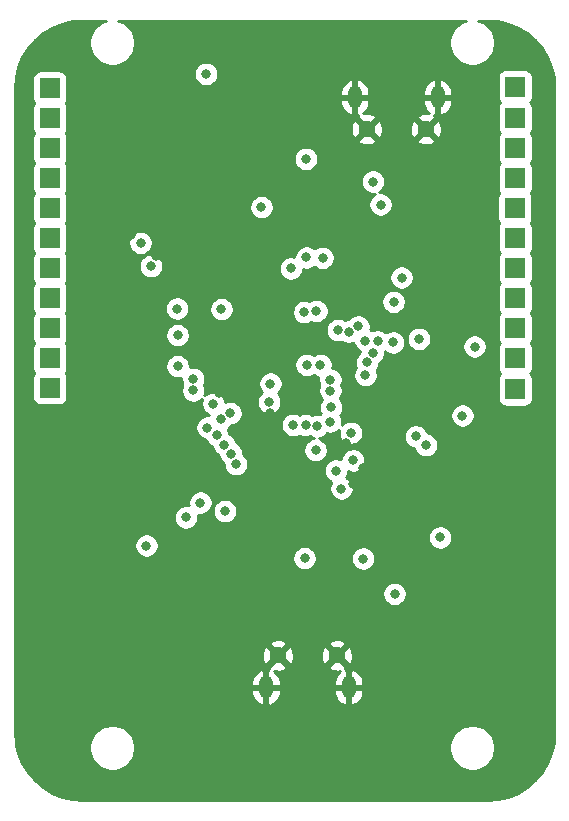
<source format=gbr>
%TF.GenerationSoftware,KiCad,Pcbnew,(5.1.6)-1*%
%TF.CreationDate,2022-05-16T14:52:33-05:00*%
%TF.ProjectId,ESP32-S2_Dev,45535033-322d-4533-925f-4465762e6b69,rev?*%
%TF.SameCoordinates,Original*%
%TF.FileFunction,Copper,L2,Inr*%
%TF.FilePolarity,Positive*%
%FSLAX46Y46*%
G04 Gerber Fmt 4.6, Leading zero omitted, Abs format (unit mm)*
G04 Created by KiCad (PCBNEW (5.1.6)-1) date 2022-05-16 14:52:33*
%MOMM*%
%LPD*%
G01*
G04 APERTURE LIST*
%TA.AperFunction,ViaPad*%
%ADD10R,1.700000X1.700000*%
%TD*%
%TA.AperFunction,ViaPad*%
%ADD11O,1.200000X1.900000*%
%TD*%
%TA.AperFunction,ViaPad*%
%ADD12C,1.450000*%
%TD*%
%TA.AperFunction,ViaPad*%
%ADD13C,0.800000*%
%TD*%
%TA.AperFunction,Conductor*%
%ADD14C,0.254000*%
%TD*%
G04 APERTURE END LIST*
D10*
%TO.N,/GPIO13*%
%TO.C,IO13*%
X100126800Y-95250000D03*
%TD*%
D11*
%TO.N,GND*%
%TO.C,UART1*%
X125949200Y-75735200D03*
X132949200Y-75735200D03*
D12*
X126949200Y-78435200D03*
X131949200Y-78435200D03*
%TD*%
D11*
%TO.N,GND*%
%TO.C,USB1*%
X125420000Y-125697500D03*
X118420000Y-125697500D03*
D12*
X124420000Y-122997500D03*
X119420000Y-122997500D03*
%TD*%
D10*
%TO.N,/DAC1*%
%TO.C,DAC1*%
X100126800Y-100330000D03*
%TD*%
%TO.N,/GPIO46*%
%TO.C,IO46*%
X100126800Y-77470000D03*
%TD*%
%TO.N,/GPIO45*%
%TO.C,IO45*%
X100126800Y-74955400D03*
%TD*%
%TO.N,/GPIO42*%
%TO.C,IO42*%
X139522200Y-74853800D03*
%TD*%
%TO.N,/GPIO41*%
%TO.C,IO41*%
X139522200Y-77470000D03*
%TD*%
%TO.N,/GPIO40*%
%TO.C,IO40*%
X139522200Y-80010000D03*
%TD*%
%TO.N,/GPIO39*%
%TO.C,IO39*%
X139522200Y-82550000D03*
%TD*%
%TO.N,/GPIO38*%
%TO.C,IO38*%
X139496800Y-85090000D03*
%TD*%
%TO.N,/GPIO37*%
%TO.C,IO37*%
X139522200Y-87630000D03*
%TD*%
%TO.N,/GPIO36*%
%TO.C,IO36*%
X139522200Y-90170000D03*
%TD*%
%TO.N,/GPIO35*%
%TO.C,IO35*%
X139522200Y-92710000D03*
%TD*%
%TO.N,/GPIO34*%
%TO.C,IO34*%
X139522200Y-95250000D03*
%TD*%
%TO.N,/GPIO33*%
%TO.C,IO33*%
X139522200Y-97790000D03*
%TD*%
%TO.N,/GPIO21*%
%TO.C,IO21*%
X139522200Y-100431600D03*
%TD*%
%TO.N,/GPIO14*%
%TO.C,IO14*%
X100126800Y-97790000D03*
%TD*%
%TO.N,/GPIO11*%
%TO.C,IO11*%
X100126800Y-92710000D03*
%TD*%
%TO.N,/GPIO10*%
%TO.C,IO10*%
X100126800Y-90170000D03*
%TD*%
%TO.N,/GPIO9*%
%TO.C,IO9*%
X100126800Y-87630000D03*
%TD*%
%TO.N,/GPIO8*%
%TO.C,IO8*%
X100126800Y-85090000D03*
%TD*%
%TO.N,/GPIO7*%
%TO.C,IO7*%
X100126800Y-82550000D03*
%TD*%
%TO.N,/GPIO6*%
%TO.C,IO6*%
X100126800Y-80010000D03*
%TD*%
D13*
%TO.N,/LD0_3P3*%
X110896400Y-93624400D03*
X108686600Y-90043000D03*
%TO.N,/USB_5P0*%
X124815600Y-108864400D03*
X107803751Y-88055649D03*
%TO.N,GND*%
X124783800Y-80811524D03*
X125194449Y-105026849D03*
X128447800Y-105206800D03*
X112598200Y-113284000D03*
X107721400Y-110972600D03*
X128371600Y-108915200D03*
X135204200Y-110947200D03*
X135305800Y-108407200D03*
X130683000Y-101625400D03*
X132892800Y-96215200D03*
X131394200Y-114808000D03*
X134975600Y-114960400D03*
X117271800Y-110439200D03*
X118465600Y-113284000D03*
X110642400Y-108813600D03*
X107579166Y-107604566D03*
X107010200Y-87376000D03*
X109093000Y-89154000D03*
X116636800Y-91821000D03*
X115544600Y-89941400D03*
X123063000Y-91592400D03*
X127914400Y-93446600D03*
X118788560Y-102471370D03*
X114427000Y-100761800D03*
X112039400Y-97685600D03*
X121037400Y-113131600D03*
X125826352Y-108514048D03*
X106070400Y-98526600D03*
X105943400Y-104343200D03*
X126619000Y-107086400D03*
X116967000Y-82778600D03*
X118821200Y-80467200D03*
X132765800Y-99288600D03*
%TO.N,/CP2102_VDD*%
X121793000Y-80949800D03*
X118033800Y-85039200D03*
%TO.N,/MCU_3P3*%
X120726200Y-103479600D03*
X125806200Y-106476800D03*
X110947200Y-95885000D03*
X121843758Y-89304000D03*
X124507183Y-95458455D03*
X129913548Y-91000748D03*
%TO.N,/RST_PROG*%
X112877600Y-110058200D03*
X129311400Y-117779800D03*
X108305600Y-113690400D03*
%TO.N,/USB_DP*%
X122631200Y-105613200D03*
X126657100Y-114795300D03*
%TO.N,/MCU_3P3A*%
X114935000Y-110769400D03*
X110947200Y-98501200D03*
%TO.N,/USB_DM*%
X122738014Y-103576834D03*
X121691400Y-114757200D03*
%TO.N,/MCU_3P3A_FILT*%
X112268000Y-99568000D03*
%TO.N,/GPIO6*%
X113969800Y-101688999D03*
%TO.N,/GPIO7*%
X115417600Y-102485601D03*
%TO.N,/GPIO8*%
X114579590Y-102996999D03*
%TO.N,/GPIO9*%
X113461800Y-103708200D03*
%TO.N,/GPIO10*%
X114300000Y-104362200D03*
%TO.N,/GPIO11*%
X114909600Y-105156000D03*
%TO.N,/GPIO13*%
X115448357Y-105915320D03*
%TO.N,/GPIO14*%
X115874800Y-106807000D03*
%TO.N,/GPIO21*%
X125603000Y-104140000D03*
%TO.N,/GPIO33*%
X123875524Y-100571574D03*
%TO.N,/GPIO34*%
X123869402Y-99644593D03*
%TO.N,/GPIO35*%
X126848110Y-99263711D03*
%TO.N,/GPIO36*%
X126995701Y-98191224D03*
%TO.N,/GPIO37*%
X127457200Y-97409000D03*
%TO.N,/GPIO38*%
X126847600Y-96342200D03*
%TO.N,/GPIO39*%
X126238281Y-95137623D03*
%TO.N,/GPIO40*%
X125425681Y-95583730D03*
%TO.N,/GPIO41*%
X123037600Y-98399600D03*
%TO.N,/GPIO42*%
X121869200Y-98393202D03*
%TO.N,/GPIO45*%
X120523001Y-90220800D03*
%TO.N,/GPIO46*%
X114655600Y-93675200D03*
%TO.N,/DAC1*%
X121777072Y-103504735D03*
%TO.N,/BOOT_PROG*%
X112268000Y-100558600D03*
X111633000Y-111302800D03*
X129235200Y-93065600D03*
X118802198Y-99974400D03*
%TO.N,/SPICS0*%
X124333000Y-107340400D03*
X123944605Y-101988841D03*
%TO.N,/SPICS1*%
X123825000Y-103200200D03*
X123215400Y-89331800D03*
%TO.N,/GPIO4*%
X113360200Y-73761600D03*
X118700642Y-101544898D03*
%TO.N,/UART_TX*%
X122687248Y-93832848D03*
X128134349Y-84817000D03*
%TO.N,/SPID*%
X127876399Y-96397317D03*
X131368800Y-96196100D03*
%TO.N,/SPIQ*%
X136093200Y-96850200D03*
X129184400Y-96494600D03*
%TO.N,/SPIWP*%
X133172200Y-113004600D03*
X131114800Y-104444800D03*
%TO.N,/SPIHD*%
X135057200Y-102692200D03*
X131953000Y-105181400D03*
%TO.N,/UART_RX*%
X127480349Y-82876447D03*
X121666000Y-93929200D03*
%TD*%
D14*
%TO.N,GND*%
G36*
X104843945Y-69253966D02*
G01*
X104490776Y-69400254D01*
X104172933Y-69612630D01*
X103902630Y-69882933D01*
X103690254Y-70200776D01*
X103543966Y-70553945D01*
X103469390Y-70928867D01*
X103469390Y-71311133D01*
X103543966Y-71686055D01*
X103690254Y-72039224D01*
X103902630Y-72357067D01*
X104172933Y-72627370D01*
X104490776Y-72839746D01*
X104843945Y-72986034D01*
X105218867Y-73060610D01*
X105601133Y-73060610D01*
X105976055Y-72986034D01*
X106329224Y-72839746D01*
X106647067Y-72627370D01*
X106917370Y-72357067D01*
X107129746Y-72039224D01*
X107276034Y-71686055D01*
X107350610Y-71311133D01*
X107350610Y-70928867D01*
X107276034Y-70553945D01*
X107129746Y-70200776D01*
X106917370Y-69882933D01*
X106647067Y-69612630D01*
X106329224Y-69400254D01*
X105976055Y-69253966D01*
X105905843Y-69240000D01*
X135394157Y-69240000D01*
X135323945Y-69253966D01*
X134970776Y-69400254D01*
X134652933Y-69612630D01*
X134382630Y-69882933D01*
X134170254Y-70200776D01*
X134023966Y-70553945D01*
X133949390Y-70928867D01*
X133949390Y-71311133D01*
X134023966Y-71686055D01*
X134170254Y-72039224D01*
X134382630Y-72357067D01*
X134652933Y-72627370D01*
X134970776Y-72839746D01*
X135323945Y-72986034D01*
X135698867Y-73060610D01*
X136081133Y-73060610D01*
X136456055Y-72986034D01*
X136809224Y-72839746D01*
X137127067Y-72627370D01*
X137397370Y-72357067D01*
X137609746Y-72039224D01*
X137756034Y-71686055D01*
X137830610Y-71311133D01*
X137830610Y-70928867D01*
X137756034Y-70553945D01*
X137609746Y-70200776D01*
X137397370Y-69882933D01*
X137127067Y-69612630D01*
X136809224Y-69400254D01*
X136456055Y-69253966D01*
X136385843Y-69240000D01*
X137134074Y-69240000D01*
X138049791Y-69312068D01*
X138917678Y-69520430D01*
X139742275Y-69861989D01*
X140503299Y-70328345D01*
X141181994Y-70908006D01*
X141761655Y-71586701D01*
X142228009Y-72347720D01*
X142569570Y-73172322D01*
X142777931Y-74040207D01*
X142850001Y-74955939D01*
X142850000Y-129514074D01*
X142777931Y-130429793D01*
X142569570Y-131297678D01*
X142228009Y-132122280D01*
X141761655Y-132883299D01*
X141181994Y-133561994D01*
X140503299Y-134141655D01*
X139742275Y-134608011D01*
X138917678Y-134949570D01*
X138049791Y-135157932D01*
X137134074Y-135230000D01*
X102895926Y-135230000D01*
X101980207Y-135157931D01*
X101112322Y-134949570D01*
X100287720Y-134608009D01*
X99526701Y-134141655D01*
X98848006Y-133561994D01*
X98268345Y-132883299D01*
X97801989Y-132122275D01*
X97460430Y-131297678D01*
X97297462Y-130618867D01*
X103469390Y-130618867D01*
X103469390Y-131001133D01*
X103543966Y-131376055D01*
X103690254Y-131729224D01*
X103902630Y-132047067D01*
X104172933Y-132317370D01*
X104490776Y-132529746D01*
X104843945Y-132676034D01*
X105218867Y-132750610D01*
X105601133Y-132750610D01*
X105976055Y-132676034D01*
X106329224Y-132529746D01*
X106647067Y-132317370D01*
X106917370Y-132047067D01*
X107129746Y-131729224D01*
X107276034Y-131376055D01*
X107350610Y-131001133D01*
X107350610Y-130618867D01*
X133949390Y-130618867D01*
X133949390Y-131001133D01*
X134023966Y-131376055D01*
X134170254Y-131729224D01*
X134382630Y-132047067D01*
X134652933Y-132317370D01*
X134970776Y-132529746D01*
X135323945Y-132676034D01*
X135698867Y-132750610D01*
X136081133Y-132750610D01*
X136456055Y-132676034D01*
X136809224Y-132529746D01*
X137127067Y-132317370D01*
X137397370Y-132047067D01*
X137609746Y-131729224D01*
X137756034Y-131376055D01*
X137830610Y-131001133D01*
X137830610Y-130618867D01*
X137756034Y-130243945D01*
X137609746Y-129890776D01*
X137397370Y-129572933D01*
X137127067Y-129302630D01*
X136809224Y-129090254D01*
X136456055Y-128943966D01*
X136081133Y-128869390D01*
X135698867Y-128869390D01*
X135323945Y-128943966D01*
X134970776Y-129090254D01*
X134652933Y-129302630D01*
X134382630Y-129572933D01*
X134170254Y-129890776D01*
X134023966Y-130243945D01*
X133949390Y-130618867D01*
X107350610Y-130618867D01*
X107276034Y-130243945D01*
X107129746Y-129890776D01*
X106917370Y-129572933D01*
X106647067Y-129302630D01*
X106329224Y-129090254D01*
X105976055Y-128943966D01*
X105601133Y-128869390D01*
X105218867Y-128869390D01*
X104843945Y-128943966D01*
X104490776Y-129090254D01*
X104172933Y-129302630D01*
X103902630Y-129572933D01*
X103690254Y-129890776D01*
X103543966Y-130243945D01*
X103469390Y-130618867D01*
X97297462Y-130618867D01*
X97252068Y-130429791D01*
X97180000Y-129514074D01*
X97180000Y-125824500D01*
X117185000Y-125824500D01*
X117185000Y-126174500D01*
X117233507Y-126412996D01*
X117327610Y-126637446D01*
X117463693Y-126839225D01*
X117636526Y-127010578D01*
X117839467Y-127144921D01*
X118064718Y-127237091D01*
X118102391Y-127240962D01*
X118293000Y-127116231D01*
X118293000Y-125824500D01*
X118547000Y-125824500D01*
X118547000Y-127116231D01*
X118737609Y-127240962D01*
X118775282Y-127237091D01*
X119000533Y-127144921D01*
X119203474Y-127010578D01*
X119376307Y-126839225D01*
X119512390Y-126637446D01*
X119606493Y-126412996D01*
X119655000Y-126174500D01*
X119655000Y-125824500D01*
X124185000Y-125824500D01*
X124185000Y-126174500D01*
X124233507Y-126412996D01*
X124327610Y-126637446D01*
X124463693Y-126839225D01*
X124636526Y-127010578D01*
X124839467Y-127144921D01*
X125064718Y-127237091D01*
X125102391Y-127240962D01*
X125293000Y-127116231D01*
X125293000Y-125824500D01*
X125547000Y-125824500D01*
X125547000Y-127116231D01*
X125737609Y-127240962D01*
X125775282Y-127237091D01*
X126000533Y-127144921D01*
X126203474Y-127010578D01*
X126376307Y-126839225D01*
X126512390Y-126637446D01*
X126606493Y-126412996D01*
X126655000Y-126174500D01*
X126655000Y-125824500D01*
X125547000Y-125824500D01*
X125293000Y-125824500D01*
X124185000Y-125824500D01*
X119655000Y-125824500D01*
X118547000Y-125824500D01*
X118293000Y-125824500D01*
X117185000Y-125824500D01*
X97180000Y-125824500D01*
X97180000Y-125220500D01*
X117185000Y-125220500D01*
X117185000Y-125570500D01*
X118293000Y-125570500D01*
X118293000Y-124278769D01*
X118547000Y-124278769D01*
X118547000Y-125570500D01*
X119655000Y-125570500D01*
X119655000Y-125220500D01*
X119606493Y-124982004D01*
X119512390Y-124757554D01*
X119376307Y-124555775D01*
X119203474Y-124384422D01*
X119108164Y-124321329D01*
X119225849Y-124350219D01*
X119493482Y-124362104D01*
X119758291Y-124321548D01*
X120010100Y-124230109D01*
X120117035Y-124172950D01*
X120179528Y-123936633D01*
X123660472Y-123936633D01*
X123722965Y-124172950D01*
X123965678Y-124286350D01*
X124225849Y-124350219D01*
X124493482Y-124362104D01*
X124723442Y-124326885D01*
X124636526Y-124384422D01*
X124463693Y-124555775D01*
X124327610Y-124757554D01*
X124233507Y-124982004D01*
X124185000Y-125220500D01*
X124185000Y-125570500D01*
X125293000Y-125570500D01*
X125293000Y-124278769D01*
X125547000Y-124278769D01*
X125547000Y-125570500D01*
X126655000Y-125570500D01*
X126655000Y-125220500D01*
X126606493Y-124982004D01*
X126512390Y-124757554D01*
X126376307Y-124555775D01*
X126203474Y-124384422D01*
X126000533Y-124250079D01*
X125775282Y-124157909D01*
X125737609Y-124154038D01*
X125547000Y-124278769D01*
X125293000Y-124278769D01*
X125119138Y-124164997D01*
X125179528Y-123936633D01*
X124420000Y-123177105D01*
X123660472Y-123936633D01*
X120179528Y-123936633D01*
X119420000Y-123177105D01*
X118660472Y-123936633D01*
X118720862Y-124164997D01*
X118547000Y-124278769D01*
X118293000Y-124278769D01*
X118102391Y-124154038D01*
X118064718Y-124157909D01*
X117839467Y-124250079D01*
X117636526Y-124384422D01*
X117463693Y-124555775D01*
X117327610Y-124757554D01*
X117233507Y-124982004D01*
X117185000Y-125220500D01*
X97180000Y-125220500D01*
X97180000Y-123070982D01*
X118055396Y-123070982D01*
X118095952Y-123335791D01*
X118187391Y-123587600D01*
X118244550Y-123694535D01*
X118480867Y-123757028D01*
X119240395Y-122997500D01*
X119599605Y-122997500D01*
X120359133Y-123757028D01*
X120595450Y-123694535D01*
X120708850Y-123451822D01*
X120772719Y-123191651D01*
X120778077Y-123070982D01*
X123055396Y-123070982D01*
X123095952Y-123335791D01*
X123187391Y-123587600D01*
X123244550Y-123694535D01*
X123480867Y-123757028D01*
X124240395Y-122997500D01*
X124599605Y-122997500D01*
X125359133Y-123757028D01*
X125595450Y-123694535D01*
X125708850Y-123451822D01*
X125772719Y-123191651D01*
X125784604Y-122924018D01*
X125744048Y-122659209D01*
X125652609Y-122407400D01*
X125595450Y-122300465D01*
X125359133Y-122237972D01*
X124599605Y-122997500D01*
X124240395Y-122997500D01*
X123480867Y-122237972D01*
X123244550Y-122300465D01*
X123131150Y-122543178D01*
X123067281Y-122803349D01*
X123055396Y-123070982D01*
X120778077Y-123070982D01*
X120784604Y-122924018D01*
X120744048Y-122659209D01*
X120652609Y-122407400D01*
X120595450Y-122300465D01*
X120359133Y-122237972D01*
X119599605Y-122997500D01*
X119240395Y-122997500D01*
X118480867Y-122237972D01*
X118244550Y-122300465D01*
X118131150Y-122543178D01*
X118067281Y-122803349D01*
X118055396Y-123070982D01*
X97180000Y-123070982D01*
X97180000Y-122058367D01*
X118660472Y-122058367D01*
X119420000Y-122817895D01*
X120179528Y-122058367D01*
X123660472Y-122058367D01*
X124420000Y-122817895D01*
X125179528Y-122058367D01*
X125117035Y-121822050D01*
X124874322Y-121708650D01*
X124614151Y-121644781D01*
X124346518Y-121632896D01*
X124081709Y-121673452D01*
X123829900Y-121764891D01*
X123722965Y-121822050D01*
X123660472Y-122058367D01*
X120179528Y-122058367D01*
X120117035Y-121822050D01*
X119874322Y-121708650D01*
X119614151Y-121644781D01*
X119346518Y-121632896D01*
X119081709Y-121673452D01*
X118829900Y-121764891D01*
X118722965Y-121822050D01*
X118660472Y-122058367D01*
X97180000Y-122058367D01*
X97180000Y-117677861D01*
X128276400Y-117677861D01*
X128276400Y-117881739D01*
X128316174Y-118081698D01*
X128394195Y-118270056D01*
X128507463Y-118439574D01*
X128651626Y-118583737D01*
X128821144Y-118697005D01*
X129009502Y-118775026D01*
X129209461Y-118814800D01*
X129413339Y-118814800D01*
X129613298Y-118775026D01*
X129801656Y-118697005D01*
X129971174Y-118583737D01*
X130115337Y-118439574D01*
X130228605Y-118270056D01*
X130306626Y-118081698D01*
X130346400Y-117881739D01*
X130346400Y-117677861D01*
X130306626Y-117477902D01*
X130228605Y-117289544D01*
X130115337Y-117120026D01*
X129971174Y-116975863D01*
X129801656Y-116862595D01*
X129613298Y-116784574D01*
X129413339Y-116744800D01*
X129209461Y-116744800D01*
X129009502Y-116784574D01*
X128821144Y-116862595D01*
X128651626Y-116975863D01*
X128507463Y-117120026D01*
X128394195Y-117289544D01*
X128316174Y-117477902D01*
X128276400Y-117677861D01*
X97180000Y-117677861D01*
X97180000Y-113588461D01*
X107270600Y-113588461D01*
X107270600Y-113792339D01*
X107310374Y-113992298D01*
X107388395Y-114180656D01*
X107501663Y-114350174D01*
X107645826Y-114494337D01*
X107815344Y-114607605D01*
X108003702Y-114685626D01*
X108203661Y-114725400D01*
X108407539Y-114725400D01*
X108607498Y-114685626D01*
X108680805Y-114655261D01*
X120656400Y-114655261D01*
X120656400Y-114859139D01*
X120696174Y-115059098D01*
X120774195Y-115247456D01*
X120887463Y-115416974D01*
X121031626Y-115561137D01*
X121201144Y-115674405D01*
X121389502Y-115752426D01*
X121589461Y-115792200D01*
X121793339Y-115792200D01*
X121993298Y-115752426D01*
X122181656Y-115674405D01*
X122351174Y-115561137D01*
X122495337Y-115416974D01*
X122608605Y-115247456D01*
X122686626Y-115059098D01*
X122726400Y-114859139D01*
X122726400Y-114693361D01*
X125622100Y-114693361D01*
X125622100Y-114897239D01*
X125661874Y-115097198D01*
X125739895Y-115285556D01*
X125853163Y-115455074D01*
X125997326Y-115599237D01*
X126166844Y-115712505D01*
X126355202Y-115790526D01*
X126555161Y-115830300D01*
X126759039Y-115830300D01*
X126958998Y-115790526D01*
X127147356Y-115712505D01*
X127316874Y-115599237D01*
X127461037Y-115455074D01*
X127574305Y-115285556D01*
X127652326Y-115097198D01*
X127692100Y-114897239D01*
X127692100Y-114693361D01*
X127652326Y-114493402D01*
X127574305Y-114305044D01*
X127461037Y-114135526D01*
X127316874Y-113991363D01*
X127147356Y-113878095D01*
X126958998Y-113800074D01*
X126759039Y-113760300D01*
X126555161Y-113760300D01*
X126355202Y-113800074D01*
X126166844Y-113878095D01*
X125997326Y-113991363D01*
X125853163Y-114135526D01*
X125739895Y-114305044D01*
X125661874Y-114493402D01*
X125622100Y-114693361D01*
X122726400Y-114693361D01*
X122726400Y-114655261D01*
X122686626Y-114455302D01*
X122608605Y-114266944D01*
X122495337Y-114097426D01*
X122351174Y-113953263D01*
X122181656Y-113839995D01*
X121993298Y-113761974D01*
X121793339Y-113722200D01*
X121589461Y-113722200D01*
X121389502Y-113761974D01*
X121201144Y-113839995D01*
X121031626Y-113953263D01*
X120887463Y-114097426D01*
X120774195Y-114266944D01*
X120696174Y-114455302D01*
X120656400Y-114655261D01*
X108680805Y-114655261D01*
X108795856Y-114607605D01*
X108965374Y-114494337D01*
X109109537Y-114350174D01*
X109222805Y-114180656D01*
X109300826Y-113992298D01*
X109340600Y-113792339D01*
X109340600Y-113588461D01*
X109300826Y-113388502D01*
X109222805Y-113200144D01*
X109109537Y-113030626D01*
X108981572Y-112902661D01*
X132137200Y-112902661D01*
X132137200Y-113106539D01*
X132176974Y-113306498D01*
X132254995Y-113494856D01*
X132368263Y-113664374D01*
X132512426Y-113808537D01*
X132681944Y-113921805D01*
X132870302Y-113999826D01*
X133070261Y-114039600D01*
X133274139Y-114039600D01*
X133474098Y-113999826D01*
X133662456Y-113921805D01*
X133831974Y-113808537D01*
X133976137Y-113664374D01*
X134089405Y-113494856D01*
X134167426Y-113306498D01*
X134207200Y-113106539D01*
X134207200Y-112902661D01*
X134167426Y-112702702D01*
X134089405Y-112514344D01*
X133976137Y-112344826D01*
X133831974Y-112200663D01*
X133662456Y-112087395D01*
X133474098Y-112009374D01*
X133274139Y-111969600D01*
X133070261Y-111969600D01*
X132870302Y-112009374D01*
X132681944Y-112087395D01*
X132512426Y-112200663D01*
X132368263Y-112344826D01*
X132254995Y-112514344D01*
X132176974Y-112702702D01*
X132137200Y-112902661D01*
X108981572Y-112902661D01*
X108965374Y-112886463D01*
X108795856Y-112773195D01*
X108607498Y-112695174D01*
X108407539Y-112655400D01*
X108203661Y-112655400D01*
X108003702Y-112695174D01*
X107815344Y-112773195D01*
X107645826Y-112886463D01*
X107501663Y-113030626D01*
X107388395Y-113200144D01*
X107310374Y-113388502D01*
X107270600Y-113588461D01*
X97180000Y-113588461D01*
X97180000Y-111200861D01*
X110598000Y-111200861D01*
X110598000Y-111404739D01*
X110637774Y-111604698D01*
X110715795Y-111793056D01*
X110829063Y-111962574D01*
X110973226Y-112106737D01*
X111142744Y-112220005D01*
X111331102Y-112298026D01*
X111531061Y-112337800D01*
X111734939Y-112337800D01*
X111934898Y-112298026D01*
X112123256Y-112220005D01*
X112292774Y-112106737D01*
X112436937Y-111962574D01*
X112550205Y-111793056D01*
X112628226Y-111604698D01*
X112668000Y-111404739D01*
X112668000Y-111200861D01*
X112641268Y-111066468D01*
X112775661Y-111093200D01*
X112979539Y-111093200D01*
X113179498Y-111053426D01*
X113367856Y-110975405D01*
X113537374Y-110862137D01*
X113681537Y-110717974D01*
X113715288Y-110667461D01*
X113900000Y-110667461D01*
X113900000Y-110871339D01*
X113939774Y-111071298D01*
X114017795Y-111259656D01*
X114131063Y-111429174D01*
X114275226Y-111573337D01*
X114444744Y-111686605D01*
X114633102Y-111764626D01*
X114833061Y-111804400D01*
X115036939Y-111804400D01*
X115236898Y-111764626D01*
X115425256Y-111686605D01*
X115594774Y-111573337D01*
X115738937Y-111429174D01*
X115852205Y-111259656D01*
X115930226Y-111071298D01*
X115970000Y-110871339D01*
X115970000Y-110667461D01*
X115930226Y-110467502D01*
X115852205Y-110279144D01*
X115738937Y-110109626D01*
X115594774Y-109965463D01*
X115425256Y-109852195D01*
X115236898Y-109774174D01*
X115036939Y-109734400D01*
X114833061Y-109734400D01*
X114633102Y-109774174D01*
X114444744Y-109852195D01*
X114275226Y-109965463D01*
X114131063Y-110109626D01*
X114017795Y-110279144D01*
X113939774Y-110467502D01*
X113900000Y-110667461D01*
X113715288Y-110667461D01*
X113794805Y-110548456D01*
X113872826Y-110360098D01*
X113912600Y-110160139D01*
X113912600Y-109956261D01*
X113872826Y-109756302D01*
X113794805Y-109567944D01*
X113681537Y-109398426D01*
X113537374Y-109254263D01*
X113367856Y-109140995D01*
X113179498Y-109062974D01*
X112979539Y-109023200D01*
X112775661Y-109023200D01*
X112575702Y-109062974D01*
X112387344Y-109140995D01*
X112217826Y-109254263D01*
X112073663Y-109398426D01*
X111960395Y-109567944D01*
X111882374Y-109756302D01*
X111842600Y-109956261D01*
X111842600Y-110160139D01*
X111869332Y-110294532D01*
X111734939Y-110267800D01*
X111531061Y-110267800D01*
X111331102Y-110307574D01*
X111142744Y-110385595D01*
X110973226Y-110498863D01*
X110829063Y-110643026D01*
X110715795Y-110812544D01*
X110637774Y-111000902D01*
X110598000Y-111200861D01*
X97180000Y-111200861D01*
X97180000Y-74955926D01*
X97246937Y-74105400D01*
X98638728Y-74105400D01*
X98638728Y-75805400D01*
X98650988Y-75929882D01*
X98687298Y-76049580D01*
X98746263Y-76159894D01*
X98789600Y-76212700D01*
X98746263Y-76265506D01*
X98687298Y-76375820D01*
X98650988Y-76495518D01*
X98638728Y-76620000D01*
X98638728Y-78320000D01*
X98650988Y-78444482D01*
X98687298Y-78564180D01*
X98746263Y-78674494D01*
X98800022Y-78740000D01*
X98746263Y-78805506D01*
X98687298Y-78915820D01*
X98650988Y-79035518D01*
X98638728Y-79160000D01*
X98638728Y-80860000D01*
X98650988Y-80984482D01*
X98687298Y-81104180D01*
X98746263Y-81214494D01*
X98800022Y-81280000D01*
X98746263Y-81345506D01*
X98687298Y-81455820D01*
X98650988Y-81575518D01*
X98638728Y-81700000D01*
X98638728Y-83400000D01*
X98650988Y-83524482D01*
X98687298Y-83644180D01*
X98746263Y-83754494D01*
X98800022Y-83820000D01*
X98746263Y-83885506D01*
X98687298Y-83995820D01*
X98650988Y-84115518D01*
X98638728Y-84240000D01*
X98638728Y-85940000D01*
X98650988Y-86064482D01*
X98687298Y-86184180D01*
X98746263Y-86294494D01*
X98800022Y-86360000D01*
X98746263Y-86425506D01*
X98687298Y-86535820D01*
X98650988Y-86655518D01*
X98638728Y-86780000D01*
X98638728Y-88480000D01*
X98650988Y-88604482D01*
X98687298Y-88724180D01*
X98746263Y-88834494D01*
X98800022Y-88900000D01*
X98746263Y-88965506D01*
X98687298Y-89075820D01*
X98650988Y-89195518D01*
X98638728Y-89320000D01*
X98638728Y-91020000D01*
X98650988Y-91144482D01*
X98687298Y-91264180D01*
X98746263Y-91374494D01*
X98800022Y-91440000D01*
X98746263Y-91505506D01*
X98687298Y-91615820D01*
X98650988Y-91735518D01*
X98638728Y-91860000D01*
X98638728Y-93560000D01*
X98650988Y-93684482D01*
X98687298Y-93804180D01*
X98746263Y-93914494D01*
X98800022Y-93980000D01*
X98746263Y-94045506D01*
X98687298Y-94155820D01*
X98650988Y-94275518D01*
X98638728Y-94400000D01*
X98638728Y-96100000D01*
X98650988Y-96224482D01*
X98687298Y-96344180D01*
X98746263Y-96454494D01*
X98800022Y-96520000D01*
X98746263Y-96585506D01*
X98687298Y-96695820D01*
X98650988Y-96815518D01*
X98638728Y-96940000D01*
X98638728Y-98640000D01*
X98650988Y-98764482D01*
X98687298Y-98884180D01*
X98746263Y-98994494D01*
X98800022Y-99060000D01*
X98746263Y-99125506D01*
X98687298Y-99235820D01*
X98650988Y-99355518D01*
X98638728Y-99480000D01*
X98638728Y-101180000D01*
X98650988Y-101304482D01*
X98687298Y-101424180D01*
X98746263Y-101534494D01*
X98825615Y-101631185D01*
X98922306Y-101710537D01*
X99032620Y-101769502D01*
X99152318Y-101805812D01*
X99276800Y-101818072D01*
X100976800Y-101818072D01*
X101101282Y-101805812D01*
X101220980Y-101769502D01*
X101331294Y-101710537D01*
X101427985Y-101631185D01*
X101507337Y-101534494D01*
X101566302Y-101424180D01*
X101602612Y-101304482D01*
X101614872Y-101180000D01*
X101614872Y-99480000D01*
X101602612Y-99355518D01*
X101566302Y-99235820D01*
X101507337Y-99125506D01*
X101453578Y-99060000D01*
X101507337Y-98994494D01*
X101566302Y-98884180D01*
X101602612Y-98764482D01*
X101614872Y-98640000D01*
X101614872Y-98399261D01*
X109912200Y-98399261D01*
X109912200Y-98603139D01*
X109951974Y-98803098D01*
X110029995Y-98991456D01*
X110143263Y-99160974D01*
X110287426Y-99305137D01*
X110456944Y-99418405D01*
X110645302Y-99496426D01*
X110845261Y-99536200D01*
X111049139Y-99536200D01*
X111233000Y-99499628D01*
X111233000Y-99669939D01*
X111272774Y-99869898D01*
X111350795Y-100058256D01*
X111354165Y-100063300D01*
X111350795Y-100068344D01*
X111272774Y-100256702D01*
X111233000Y-100456661D01*
X111233000Y-100660539D01*
X111272774Y-100860498D01*
X111350795Y-101048856D01*
X111464063Y-101218374D01*
X111608226Y-101362537D01*
X111777744Y-101475805D01*
X111966102Y-101553826D01*
X112166061Y-101593600D01*
X112369939Y-101593600D01*
X112569898Y-101553826D01*
X112758256Y-101475805D01*
X112927774Y-101362537D01*
X113025037Y-101265274D01*
X112974574Y-101387101D01*
X112934800Y-101587060D01*
X112934800Y-101790938D01*
X112974574Y-101990897D01*
X113052595Y-102179255D01*
X113165863Y-102348773D01*
X113310026Y-102492936D01*
X113479544Y-102606204D01*
X113600443Y-102656282D01*
X113591175Y-102678657D01*
X113563739Y-102673200D01*
X113359861Y-102673200D01*
X113159902Y-102712974D01*
X112971544Y-102790995D01*
X112802026Y-102904263D01*
X112657863Y-103048426D01*
X112544595Y-103217944D01*
X112466574Y-103406302D01*
X112426800Y-103606261D01*
X112426800Y-103810139D01*
X112466574Y-104010098D01*
X112544595Y-104198456D01*
X112657863Y-104367974D01*
X112802026Y-104512137D01*
X112971544Y-104625405D01*
X113159902Y-104703426D01*
X113335535Y-104738361D01*
X113382795Y-104852456D01*
X113496063Y-105021974D01*
X113640226Y-105166137D01*
X113809744Y-105279405D01*
X113885077Y-105310609D01*
X113914374Y-105457898D01*
X113992395Y-105646256D01*
X114105663Y-105815774D01*
X114249826Y-105959937D01*
X114419344Y-106073205D01*
X114424947Y-106075526D01*
X114453131Y-106217218D01*
X114531152Y-106405576D01*
X114644420Y-106575094D01*
X114788583Y-106719257D01*
X114839800Y-106753479D01*
X114839800Y-106908939D01*
X114879574Y-107108898D01*
X114957595Y-107297256D01*
X115070863Y-107466774D01*
X115215026Y-107610937D01*
X115384544Y-107724205D01*
X115572902Y-107802226D01*
X115772861Y-107842000D01*
X115976739Y-107842000D01*
X116176698Y-107802226D01*
X116365056Y-107724205D01*
X116534574Y-107610937D01*
X116678737Y-107466774D01*
X116792005Y-107297256D01*
X116816358Y-107238461D01*
X123298000Y-107238461D01*
X123298000Y-107442339D01*
X123337774Y-107642298D01*
X123415795Y-107830656D01*
X123529063Y-108000174D01*
X123673226Y-108144337D01*
X123842744Y-108257605D01*
X123947320Y-108300922D01*
X123898395Y-108374144D01*
X123820374Y-108562502D01*
X123780600Y-108762461D01*
X123780600Y-108966339D01*
X123820374Y-109166298D01*
X123898395Y-109354656D01*
X124011663Y-109524174D01*
X124155826Y-109668337D01*
X124325344Y-109781605D01*
X124513702Y-109859626D01*
X124713661Y-109899400D01*
X124917539Y-109899400D01*
X125117498Y-109859626D01*
X125305856Y-109781605D01*
X125475374Y-109668337D01*
X125619537Y-109524174D01*
X125732805Y-109354656D01*
X125810826Y-109166298D01*
X125850600Y-108966339D01*
X125850600Y-108762461D01*
X125810826Y-108562502D01*
X125732805Y-108374144D01*
X125619537Y-108204626D01*
X125475374Y-108060463D01*
X125305856Y-107947195D01*
X125201280Y-107903878D01*
X125250205Y-107830656D01*
X125328226Y-107642298D01*
X125368000Y-107442339D01*
X125368000Y-107415567D01*
X125504302Y-107472026D01*
X125704261Y-107511800D01*
X125908139Y-107511800D01*
X126108098Y-107472026D01*
X126296456Y-107394005D01*
X126465974Y-107280737D01*
X126610137Y-107136574D01*
X126723405Y-106967056D01*
X126801426Y-106778698D01*
X126841200Y-106578739D01*
X126841200Y-106374861D01*
X126801426Y-106174902D01*
X126723405Y-105986544D01*
X126610137Y-105817026D01*
X126465974Y-105672863D01*
X126296456Y-105559595D01*
X126108098Y-105481574D01*
X125908139Y-105441800D01*
X125704261Y-105441800D01*
X125504302Y-105481574D01*
X125315944Y-105559595D01*
X125146426Y-105672863D01*
X125002263Y-105817026D01*
X124888995Y-105986544D01*
X124810974Y-106174902D01*
X124771200Y-106374861D01*
X124771200Y-106401633D01*
X124634898Y-106345174D01*
X124434939Y-106305400D01*
X124231061Y-106305400D01*
X124031102Y-106345174D01*
X123842744Y-106423195D01*
X123673226Y-106536463D01*
X123529063Y-106680626D01*
X123415795Y-106850144D01*
X123337774Y-107038502D01*
X123298000Y-107238461D01*
X116816358Y-107238461D01*
X116870026Y-107108898D01*
X116909800Y-106908939D01*
X116909800Y-106705061D01*
X116870026Y-106505102D01*
X116792005Y-106316744D01*
X116678737Y-106147226D01*
X116534574Y-106003063D01*
X116483357Y-105968841D01*
X116483357Y-105813381D01*
X116443583Y-105613422D01*
X116365562Y-105425064D01*
X116252294Y-105255546D01*
X116108131Y-105111383D01*
X115938613Y-104998115D01*
X115933010Y-104995794D01*
X115904826Y-104854102D01*
X115826805Y-104665744D01*
X115713537Y-104496226D01*
X115569374Y-104352063D01*
X115399856Y-104238795D01*
X115324523Y-104207591D01*
X115295226Y-104060302D01*
X115217205Y-103871944D01*
X115191243Y-103833089D01*
X115239364Y-103800936D01*
X115383527Y-103656773D01*
X115474514Y-103520601D01*
X115519539Y-103520601D01*
X115719498Y-103480827D01*
X115907856Y-103402806D01*
X115945488Y-103377661D01*
X119691200Y-103377661D01*
X119691200Y-103581539D01*
X119730974Y-103781498D01*
X119808995Y-103969856D01*
X119922263Y-104139374D01*
X120066426Y-104283537D01*
X120235944Y-104396805D01*
X120424302Y-104474826D01*
X120624261Y-104514600D01*
X120828139Y-104514600D01*
X121028098Y-104474826D01*
X121216456Y-104396805D01*
X121232827Y-104385866D01*
X121286816Y-104421940D01*
X121475174Y-104499961D01*
X121675133Y-104539735D01*
X121879011Y-104539735D01*
X122078970Y-104499961D01*
X122188636Y-104454535D01*
X122247758Y-104494039D01*
X122436116Y-104572060D01*
X122498123Y-104584394D01*
X122329302Y-104617974D01*
X122140944Y-104695995D01*
X121971426Y-104809263D01*
X121827263Y-104953426D01*
X121713995Y-105122944D01*
X121635974Y-105311302D01*
X121596200Y-105511261D01*
X121596200Y-105715139D01*
X121635974Y-105915098D01*
X121713995Y-106103456D01*
X121827263Y-106272974D01*
X121971426Y-106417137D01*
X122140944Y-106530405D01*
X122329302Y-106608426D01*
X122529261Y-106648200D01*
X122733139Y-106648200D01*
X122933098Y-106608426D01*
X123121456Y-106530405D01*
X123290974Y-106417137D01*
X123435137Y-106272974D01*
X123548405Y-106103456D01*
X123626426Y-105915098D01*
X123666200Y-105715139D01*
X123666200Y-105511261D01*
X123626426Y-105311302D01*
X123548405Y-105122944D01*
X123435137Y-104953426D01*
X123290974Y-104809263D01*
X123121456Y-104695995D01*
X122933098Y-104617974D01*
X122871091Y-104605640D01*
X123039912Y-104572060D01*
X123228270Y-104494039D01*
X123397788Y-104380771D01*
X123541951Y-104236608D01*
X123564028Y-104203567D01*
X123723061Y-104235200D01*
X123926939Y-104235200D01*
X124126898Y-104195426D01*
X124315256Y-104117405D01*
X124484774Y-104004137D01*
X124597088Y-103891823D01*
X124568000Y-104038061D01*
X124568000Y-104241939D01*
X124607774Y-104441898D01*
X124685795Y-104630256D01*
X124799063Y-104799774D01*
X124943226Y-104943937D01*
X125112744Y-105057205D01*
X125301102Y-105135226D01*
X125501061Y-105175000D01*
X125704939Y-105175000D01*
X125904898Y-105135226D01*
X126093256Y-105057205D01*
X126262774Y-104943937D01*
X126406937Y-104799774D01*
X126520205Y-104630256D01*
X126598226Y-104441898D01*
X126617925Y-104342861D01*
X130079800Y-104342861D01*
X130079800Y-104546739D01*
X130119574Y-104746698D01*
X130197595Y-104935056D01*
X130310863Y-105104574D01*
X130455026Y-105248737D01*
X130624544Y-105362005D01*
X130812902Y-105440026D01*
X130954780Y-105468247D01*
X130957774Y-105483298D01*
X131035795Y-105671656D01*
X131149063Y-105841174D01*
X131293226Y-105985337D01*
X131462744Y-106098605D01*
X131651102Y-106176626D01*
X131851061Y-106216400D01*
X132054939Y-106216400D01*
X132254898Y-106176626D01*
X132443256Y-106098605D01*
X132612774Y-105985337D01*
X132756937Y-105841174D01*
X132870205Y-105671656D01*
X132948226Y-105483298D01*
X132988000Y-105283339D01*
X132988000Y-105079461D01*
X132948226Y-104879502D01*
X132870205Y-104691144D01*
X132756937Y-104521626D01*
X132612774Y-104377463D01*
X132443256Y-104264195D01*
X132254898Y-104186174D01*
X132113020Y-104157953D01*
X132110026Y-104142902D01*
X132032005Y-103954544D01*
X131918737Y-103785026D01*
X131774574Y-103640863D01*
X131605056Y-103527595D01*
X131416698Y-103449574D01*
X131216739Y-103409800D01*
X131012861Y-103409800D01*
X130812902Y-103449574D01*
X130624544Y-103527595D01*
X130455026Y-103640863D01*
X130310863Y-103785026D01*
X130197595Y-103954544D01*
X130119574Y-104142902D01*
X130079800Y-104342861D01*
X126617925Y-104342861D01*
X126638000Y-104241939D01*
X126638000Y-104038061D01*
X126598226Y-103838102D01*
X126520205Y-103649744D01*
X126406937Y-103480226D01*
X126262774Y-103336063D01*
X126093256Y-103222795D01*
X125904898Y-103144774D01*
X125704939Y-103105000D01*
X125501061Y-103105000D01*
X125301102Y-103144774D01*
X125112744Y-103222795D01*
X124943226Y-103336063D01*
X124830912Y-103448377D01*
X124860000Y-103302139D01*
X124860000Y-103098261D01*
X124820226Y-102898302D01*
X124742205Y-102709944D01*
X124720178Y-102676979D01*
X124748542Y-102648615D01*
X124787532Y-102590261D01*
X134022200Y-102590261D01*
X134022200Y-102794139D01*
X134061974Y-102994098D01*
X134139995Y-103182456D01*
X134253263Y-103351974D01*
X134397426Y-103496137D01*
X134566944Y-103609405D01*
X134755302Y-103687426D01*
X134955261Y-103727200D01*
X135159139Y-103727200D01*
X135359098Y-103687426D01*
X135547456Y-103609405D01*
X135716974Y-103496137D01*
X135861137Y-103351974D01*
X135974405Y-103182456D01*
X136052426Y-102994098D01*
X136092200Y-102794139D01*
X136092200Y-102590261D01*
X136052426Y-102390302D01*
X135974405Y-102201944D01*
X135861137Y-102032426D01*
X135716974Y-101888263D01*
X135547456Y-101774995D01*
X135359098Y-101696974D01*
X135159139Y-101657200D01*
X134955261Y-101657200D01*
X134755302Y-101696974D01*
X134566944Y-101774995D01*
X134397426Y-101888263D01*
X134253263Y-102032426D01*
X134139995Y-102201944D01*
X134061974Y-102390302D01*
X134022200Y-102590261D01*
X124787532Y-102590261D01*
X124861810Y-102479097D01*
X124939831Y-102290739D01*
X124979605Y-102090780D01*
X124979605Y-101886902D01*
X124939831Y-101686943D01*
X124861810Y-101498585D01*
X124748542Y-101329067D01*
X124665142Y-101245667D01*
X124679461Y-101231348D01*
X124792729Y-101061830D01*
X124870750Y-100873472D01*
X124910524Y-100673513D01*
X124910524Y-100469635D01*
X124870750Y-100269676D01*
X124800755Y-100100694D01*
X124864628Y-99946491D01*
X124904402Y-99746532D01*
X124904402Y-99542654D01*
X124864628Y-99342695D01*
X124786607Y-99154337D01*
X124673339Y-98984819D01*
X124529176Y-98840656D01*
X124359658Y-98727388D01*
X124171300Y-98649367D01*
X124048071Y-98624855D01*
X124072600Y-98501539D01*
X124072600Y-98297661D01*
X124032826Y-98097702D01*
X123954805Y-97909344D01*
X123841537Y-97739826D01*
X123697374Y-97595663D01*
X123527856Y-97482395D01*
X123339498Y-97404374D01*
X123139539Y-97364600D01*
X122935661Y-97364600D01*
X122735702Y-97404374D01*
X122547344Y-97482395D01*
X122458188Y-97541967D01*
X122359456Y-97475997D01*
X122171098Y-97397976D01*
X121971139Y-97358202D01*
X121767261Y-97358202D01*
X121567302Y-97397976D01*
X121378944Y-97475997D01*
X121209426Y-97589265D01*
X121065263Y-97733428D01*
X120951995Y-97902946D01*
X120873974Y-98091304D01*
X120834200Y-98291263D01*
X120834200Y-98495141D01*
X120873974Y-98695100D01*
X120951995Y-98883458D01*
X121065263Y-99052976D01*
X121209426Y-99197139D01*
X121378944Y-99310407D01*
X121567302Y-99388428D01*
X121767261Y-99428202D01*
X121971139Y-99428202D01*
X122171098Y-99388428D01*
X122359456Y-99310407D01*
X122448612Y-99250835D01*
X122547344Y-99316805D01*
X122735702Y-99394826D01*
X122858931Y-99419338D01*
X122834402Y-99542654D01*
X122834402Y-99746532D01*
X122874176Y-99946491D01*
X122944171Y-100115473D01*
X122880298Y-100269676D01*
X122840524Y-100469635D01*
X122840524Y-100673513D01*
X122880298Y-100873472D01*
X122958319Y-101061830D01*
X123071587Y-101231348D01*
X123154987Y-101314748D01*
X123140668Y-101329067D01*
X123027400Y-101498585D01*
X122949379Y-101686943D01*
X122909605Y-101886902D01*
X122909605Y-102090780D01*
X122949379Y-102290739D01*
X123027400Y-102479097D01*
X123049427Y-102512062D01*
X123021063Y-102540426D01*
X122998986Y-102573467D01*
X122839953Y-102541834D01*
X122636075Y-102541834D01*
X122436116Y-102581608D01*
X122326450Y-102627034D01*
X122267328Y-102587530D01*
X122078970Y-102509509D01*
X121879011Y-102469735D01*
X121675133Y-102469735D01*
X121475174Y-102509509D01*
X121286816Y-102587530D01*
X121270445Y-102598469D01*
X121216456Y-102562395D01*
X121028098Y-102484374D01*
X120828139Y-102444600D01*
X120624261Y-102444600D01*
X120424302Y-102484374D01*
X120235944Y-102562395D01*
X120066426Y-102675663D01*
X119922263Y-102819826D01*
X119808995Y-102989344D01*
X119730974Y-103177702D01*
X119691200Y-103377661D01*
X115945488Y-103377661D01*
X116077374Y-103289538D01*
X116221537Y-103145375D01*
X116334805Y-102975857D01*
X116412826Y-102787499D01*
X116452600Y-102587540D01*
X116452600Y-102383662D01*
X116412826Y-102183703D01*
X116334805Y-101995345D01*
X116221537Y-101825827D01*
X116077374Y-101681664D01*
X115907856Y-101568396D01*
X115719498Y-101490375D01*
X115519539Y-101450601D01*
X115315661Y-101450601D01*
X115115702Y-101490375D01*
X114995474Y-101540175D01*
X114976137Y-101442959D01*
X117665642Y-101442959D01*
X117665642Y-101646837D01*
X117705416Y-101846796D01*
X117783437Y-102035154D01*
X117896705Y-102204672D01*
X118040868Y-102348835D01*
X118210386Y-102462103D01*
X118398744Y-102540124D01*
X118598703Y-102579898D01*
X118802581Y-102579898D01*
X119002540Y-102540124D01*
X119190898Y-102462103D01*
X119360416Y-102348835D01*
X119504579Y-102204672D01*
X119617847Y-102035154D01*
X119695868Y-101846796D01*
X119735642Y-101646837D01*
X119735642Y-101442959D01*
X119695868Y-101243000D01*
X119617847Y-101054642D01*
X119504579Y-100885124D01*
X119423499Y-100804044D01*
X119461972Y-100778337D01*
X119606135Y-100634174D01*
X119719403Y-100464656D01*
X119797424Y-100276298D01*
X119837198Y-100076339D01*
X119837198Y-99872461D01*
X119797424Y-99672502D01*
X119719403Y-99484144D01*
X119606135Y-99314626D01*
X119461972Y-99170463D01*
X119292454Y-99057195D01*
X119104096Y-98979174D01*
X118904137Y-98939400D01*
X118700259Y-98939400D01*
X118500300Y-98979174D01*
X118311942Y-99057195D01*
X118142424Y-99170463D01*
X117998261Y-99314626D01*
X117884993Y-99484144D01*
X117806972Y-99672502D01*
X117767198Y-99872461D01*
X117767198Y-100076339D01*
X117806972Y-100276298D01*
X117884993Y-100464656D01*
X117998261Y-100634174D01*
X118079341Y-100715254D01*
X118040868Y-100740961D01*
X117896705Y-100885124D01*
X117783437Y-101054642D01*
X117705416Y-101243000D01*
X117665642Y-101442959D01*
X114976137Y-101442959D01*
X114965026Y-101387101D01*
X114887005Y-101198743D01*
X114773737Y-101029225D01*
X114629574Y-100885062D01*
X114460056Y-100771794D01*
X114271698Y-100693773D01*
X114071739Y-100653999D01*
X113867861Y-100653999D01*
X113667902Y-100693773D01*
X113479544Y-100771794D01*
X113310026Y-100885062D01*
X113212763Y-100982325D01*
X113263226Y-100860498D01*
X113303000Y-100660539D01*
X113303000Y-100456661D01*
X113263226Y-100256702D01*
X113185205Y-100068344D01*
X113181835Y-100063300D01*
X113185205Y-100058256D01*
X113263226Y-99869898D01*
X113303000Y-99669939D01*
X113303000Y-99466061D01*
X113263226Y-99266102D01*
X113185205Y-99077744D01*
X113071937Y-98908226D01*
X112927774Y-98764063D01*
X112758256Y-98650795D01*
X112569898Y-98572774D01*
X112369939Y-98533000D01*
X112166061Y-98533000D01*
X111982200Y-98569572D01*
X111982200Y-98399261D01*
X111942426Y-98199302D01*
X111864405Y-98010944D01*
X111751137Y-97841426D01*
X111606974Y-97697263D01*
X111437456Y-97583995D01*
X111249098Y-97505974D01*
X111049139Y-97466200D01*
X110845261Y-97466200D01*
X110645302Y-97505974D01*
X110456944Y-97583995D01*
X110287426Y-97697263D01*
X110143263Y-97841426D01*
X110029995Y-98010944D01*
X109951974Y-98199302D01*
X109912200Y-98399261D01*
X101614872Y-98399261D01*
X101614872Y-96940000D01*
X101602612Y-96815518D01*
X101566302Y-96695820D01*
X101507337Y-96585506D01*
X101453578Y-96520000D01*
X101507337Y-96454494D01*
X101566302Y-96344180D01*
X101602612Y-96224482D01*
X101614872Y-96100000D01*
X101614872Y-95783061D01*
X109912200Y-95783061D01*
X109912200Y-95986939D01*
X109951974Y-96186898D01*
X110029995Y-96375256D01*
X110143263Y-96544774D01*
X110287426Y-96688937D01*
X110456944Y-96802205D01*
X110645302Y-96880226D01*
X110845261Y-96920000D01*
X111049139Y-96920000D01*
X111249098Y-96880226D01*
X111437456Y-96802205D01*
X111606974Y-96688937D01*
X111751137Y-96544774D01*
X111864405Y-96375256D01*
X111942426Y-96186898D01*
X111982200Y-95986939D01*
X111982200Y-95783061D01*
X111942426Y-95583102D01*
X111864405Y-95394744D01*
X111838862Y-95356516D01*
X123472183Y-95356516D01*
X123472183Y-95560394D01*
X123511957Y-95760353D01*
X123589978Y-95948711D01*
X123703246Y-96118229D01*
X123847409Y-96262392D01*
X124016927Y-96375660D01*
X124205285Y-96453681D01*
X124405244Y-96493455D01*
X124609122Y-96493455D01*
X124809081Y-96453681D01*
X124843418Y-96439458D01*
X124935425Y-96500935D01*
X125123783Y-96578956D01*
X125323742Y-96618730D01*
X125527620Y-96618730D01*
X125727579Y-96578956D01*
X125830903Y-96536157D01*
X125852374Y-96644098D01*
X125930395Y-96832456D01*
X126043663Y-97001974D01*
X126187826Y-97146137D01*
X126357344Y-97259405D01*
X126426021Y-97287852D01*
X126422200Y-97307061D01*
X126422200Y-97329641D01*
X126335927Y-97387287D01*
X126191764Y-97531450D01*
X126078496Y-97700968D01*
X126000475Y-97889326D01*
X125960701Y-98089285D01*
X125960701Y-98293163D01*
X126000475Y-98493122D01*
X126045731Y-98602379D01*
X126044173Y-98603937D01*
X125930905Y-98773455D01*
X125852884Y-98961813D01*
X125813110Y-99161772D01*
X125813110Y-99365650D01*
X125852884Y-99565609D01*
X125930905Y-99753967D01*
X126044173Y-99923485D01*
X126188336Y-100067648D01*
X126357854Y-100180916D01*
X126546212Y-100258937D01*
X126746171Y-100298711D01*
X126950049Y-100298711D01*
X127150008Y-100258937D01*
X127338366Y-100180916D01*
X127507884Y-100067648D01*
X127652047Y-99923485D01*
X127765315Y-99753967D01*
X127843336Y-99565609D01*
X127883110Y-99365650D01*
X127883110Y-99161772D01*
X127843336Y-98961813D01*
X127798080Y-98852556D01*
X127799638Y-98850998D01*
X127912906Y-98681480D01*
X127990927Y-98493122D01*
X128030701Y-98293163D01*
X128030701Y-98270583D01*
X128116974Y-98212937D01*
X128261137Y-98068774D01*
X128374405Y-97899256D01*
X128452426Y-97710898D01*
X128492200Y-97510939D01*
X128492200Y-97307061D01*
X128482032Y-97255943D01*
X128524626Y-97298537D01*
X128694144Y-97411805D01*
X128882502Y-97489826D01*
X129082461Y-97529600D01*
X129286339Y-97529600D01*
X129486298Y-97489826D01*
X129674656Y-97411805D01*
X129844174Y-97298537D01*
X129988337Y-97154374D01*
X130101605Y-96984856D01*
X130179626Y-96796498D01*
X130219400Y-96596539D01*
X130219400Y-96392661D01*
X130179626Y-96192702D01*
X130138809Y-96094161D01*
X130333800Y-96094161D01*
X130333800Y-96298039D01*
X130373574Y-96497998D01*
X130451595Y-96686356D01*
X130564863Y-96855874D01*
X130709026Y-97000037D01*
X130878544Y-97113305D01*
X131066902Y-97191326D01*
X131266861Y-97231100D01*
X131470739Y-97231100D01*
X131670698Y-97191326D01*
X131859056Y-97113305D01*
X132028574Y-97000037D01*
X132172737Y-96855874D01*
X132244641Y-96748261D01*
X135058200Y-96748261D01*
X135058200Y-96952139D01*
X135097974Y-97152098D01*
X135175995Y-97340456D01*
X135289263Y-97509974D01*
X135433426Y-97654137D01*
X135602944Y-97767405D01*
X135791302Y-97845426D01*
X135991261Y-97885200D01*
X136195139Y-97885200D01*
X136395098Y-97845426D01*
X136583456Y-97767405D01*
X136752974Y-97654137D01*
X136897137Y-97509974D01*
X137010405Y-97340456D01*
X137088426Y-97152098D01*
X137128200Y-96952139D01*
X137128200Y-96748261D01*
X137088426Y-96548302D01*
X137010405Y-96359944D01*
X136897137Y-96190426D01*
X136752974Y-96046263D01*
X136583456Y-95932995D01*
X136395098Y-95854974D01*
X136195139Y-95815200D01*
X135991261Y-95815200D01*
X135791302Y-95854974D01*
X135602944Y-95932995D01*
X135433426Y-96046263D01*
X135289263Y-96190426D01*
X135175995Y-96359944D01*
X135097974Y-96548302D01*
X135058200Y-96748261D01*
X132244641Y-96748261D01*
X132286005Y-96686356D01*
X132364026Y-96497998D01*
X132403800Y-96298039D01*
X132403800Y-96094161D01*
X132364026Y-95894202D01*
X132286005Y-95705844D01*
X132172737Y-95536326D01*
X132028574Y-95392163D01*
X131859056Y-95278895D01*
X131670698Y-95200874D01*
X131470739Y-95161100D01*
X131266861Y-95161100D01*
X131066902Y-95200874D01*
X130878544Y-95278895D01*
X130709026Y-95392163D01*
X130564863Y-95536326D01*
X130451595Y-95705844D01*
X130373574Y-95894202D01*
X130333800Y-96094161D01*
X130138809Y-96094161D01*
X130101605Y-96004344D01*
X129988337Y-95834826D01*
X129844174Y-95690663D01*
X129674656Y-95577395D01*
X129486298Y-95499374D01*
X129286339Y-95459600D01*
X129082461Y-95459600D01*
X128882502Y-95499374D01*
X128694144Y-95577395D01*
X128589865Y-95647072D01*
X128536173Y-95593380D01*
X128366655Y-95480112D01*
X128178297Y-95402091D01*
X127978338Y-95362317D01*
X127774460Y-95362317D01*
X127574501Y-95402091D01*
X127407256Y-95471367D01*
X127337856Y-95424995D01*
X127244120Y-95386168D01*
X127273281Y-95239562D01*
X127273281Y-95035684D01*
X127233507Y-94835725D01*
X127155486Y-94647367D01*
X127042218Y-94477849D01*
X126898055Y-94333686D01*
X126728537Y-94220418D01*
X126540179Y-94142397D01*
X126340220Y-94102623D01*
X126136342Y-94102623D01*
X125936383Y-94142397D01*
X125748025Y-94220418D01*
X125578507Y-94333686D01*
X125434344Y-94477849D01*
X125386983Y-94548730D01*
X125323742Y-94548730D01*
X125123783Y-94588504D01*
X125089446Y-94602727D01*
X124997439Y-94541250D01*
X124809081Y-94463229D01*
X124609122Y-94423455D01*
X124405244Y-94423455D01*
X124205285Y-94463229D01*
X124016927Y-94541250D01*
X123847409Y-94654518D01*
X123703246Y-94798681D01*
X123589978Y-94968199D01*
X123511957Y-95156557D01*
X123472183Y-95356516D01*
X111838862Y-95356516D01*
X111751137Y-95225226D01*
X111606974Y-95081063D01*
X111437456Y-94967795D01*
X111249098Y-94889774D01*
X111049139Y-94850000D01*
X110845261Y-94850000D01*
X110645302Y-94889774D01*
X110456944Y-94967795D01*
X110287426Y-95081063D01*
X110143263Y-95225226D01*
X110029995Y-95394744D01*
X109951974Y-95583102D01*
X109912200Y-95783061D01*
X101614872Y-95783061D01*
X101614872Y-94400000D01*
X101602612Y-94275518D01*
X101566302Y-94155820D01*
X101507337Y-94045506D01*
X101453578Y-93980000D01*
X101507337Y-93914494D01*
X101566302Y-93804180D01*
X101602612Y-93684482D01*
X101614872Y-93560000D01*
X101614872Y-93522461D01*
X109861400Y-93522461D01*
X109861400Y-93726339D01*
X109901174Y-93926298D01*
X109979195Y-94114656D01*
X110092463Y-94284174D01*
X110236626Y-94428337D01*
X110406144Y-94541605D01*
X110594502Y-94619626D01*
X110794461Y-94659400D01*
X110998339Y-94659400D01*
X111198298Y-94619626D01*
X111386656Y-94541605D01*
X111556174Y-94428337D01*
X111700337Y-94284174D01*
X111813605Y-94114656D01*
X111891626Y-93926298D01*
X111931400Y-93726339D01*
X111931400Y-93573261D01*
X113620600Y-93573261D01*
X113620600Y-93777139D01*
X113660374Y-93977098D01*
X113738395Y-94165456D01*
X113851663Y-94334974D01*
X113995826Y-94479137D01*
X114165344Y-94592405D01*
X114353702Y-94670426D01*
X114553661Y-94710200D01*
X114757539Y-94710200D01*
X114957498Y-94670426D01*
X115145856Y-94592405D01*
X115315374Y-94479137D01*
X115459537Y-94334974D01*
X115572805Y-94165456D01*
X115650826Y-93977098D01*
X115680630Y-93827261D01*
X120631000Y-93827261D01*
X120631000Y-94031139D01*
X120670774Y-94231098D01*
X120748795Y-94419456D01*
X120862063Y-94588974D01*
X121006226Y-94733137D01*
X121175744Y-94846405D01*
X121364102Y-94924426D01*
X121564061Y-94964200D01*
X121767939Y-94964200D01*
X121967898Y-94924426D01*
X122156256Y-94846405D01*
X122260863Y-94776509D01*
X122385350Y-94828074D01*
X122585309Y-94867848D01*
X122789187Y-94867848D01*
X122989146Y-94828074D01*
X123177504Y-94750053D01*
X123347022Y-94636785D01*
X123491185Y-94492622D01*
X123604453Y-94323104D01*
X123682474Y-94134746D01*
X123722248Y-93934787D01*
X123722248Y-93730909D01*
X123682474Y-93530950D01*
X123604453Y-93342592D01*
X123491185Y-93173074D01*
X123347022Y-93028911D01*
X123249369Y-92963661D01*
X128200200Y-92963661D01*
X128200200Y-93167539D01*
X128239974Y-93367498D01*
X128317995Y-93555856D01*
X128431263Y-93725374D01*
X128575426Y-93869537D01*
X128744944Y-93982805D01*
X128933302Y-94060826D01*
X129133261Y-94100600D01*
X129337139Y-94100600D01*
X129537098Y-94060826D01*
X129725456Y-93982805D01*
X129894974Y-93869537D01*
X130039137Y-93725374D01*
X130152405Y-93555856D01*
X130230426Y-93367498D01*
X130270200Y-93167539D01*
X130270200Y-92963661D01*
X130230426Y-92763702D01*
X130152405Y-92575344D01*
X130039137Y-92405826D01*
X129894974Y-92261663D01*
X129725456Y-92148395D01*
X129537098Y-92070374D01*
X129337139Y-92030600D01*
X129133261Y-92030600D01*
X128933302Y-92070374D01*
X128744944Y-92148395D01*
X128575426Y-92261663D01*
X128431263Y-92405826D01*
X128317995Y-92575344D01*
X128239974Y-92763702D01*
X128200200Y-92963661D01*
X123249369Y-92963661D01*
X123177504Y-92915643D01*
X122989146Y-92837622D01*
X122789187Y-92797848D01*
X122585309Y-92797848D01*
X122385350Y-92837622D01*
X122196992Y-92915643D01*
X122092385Y-92985539D01*
X121967898Y-92933974D01*
X121767939Y-92894200D01*
X121564061Y-92894200D01*
X121364102Y-92933974D01*
X121175744Y-93011995D01*
X121006226Y-93125263D01*
X120862063Y-93269426D01*
X120748795Y-93438944D01*
X120670774Y-93627302D01*
X120631000Y-93827261D01*
X115680630Y-93827261D01*
X115690600Y-93777139D01*
X115690600Y-93573261D01*
X115650826Y-93373302D01*
X115572805Y-93184944D01*
X115459537Y-93015426D01*
X115315374Y-92871263D01*
X115145856Y-92757995D01*
X114957498Y-92679974D01*
X114757539Y-92640200D01*
X114553661Y-92640200D01*
X114353702Y-92679974D01*
X114165344Y-92757995D01*
X113995826Y-92871263D01*
X113851663Y-93015426D01*
X113738395Y-93184944D01*
X113660374Y-93373302D01*
X113620600Y-93573261D01*
X111931400Y-93573261D01*
X111931400Y-93522461D01*
X111891626Y-93322502D01*
X111813605Y-93134144D01*
X111700337Y-92964626D01*
X111556174Y-92820463D01*
X111386656Y-92707195D01*
X111198298Y-92629174D01*
X110998339Y-92589400D01*
X110794461Y-92589400D01*
X110594502Y-92629174D01*
X110406144Y-92707195D01*
X110236626Y-92820463D01*
X110092463Y-92964626D01*
X109979195Y-93134144D01*
X109901174Y-93322502D01*
X109861400Y-93522461D01*
X101614872Y-93522461D01*
X101614872Y-91860000D01*
X101602612Y-91735518D01*
X101566302Y-91615820D01*
X101507337Y-91505506D01*
X101453578Y-91440000D01*
X101507337Y-91374494D01*
X101566302Y-91264180D01*
X101602612Y-91144482D01*
X101614872Y-91020000D01*
X101614872Y-89941061D01*
X107651600Y-89941061D01*
X107651600Y-90144939D01*
X107691374Y-90344898D01*
X107769395Y-90533256D01*
X107882663Y-90702774D01*
X108026826Y-90846937D01*
X108196344Y-90960205D01*
X108384702Y-91038226D01*
X108584661Y-91078000D01*
X108788539Y-91078000D01*
X108988498Y-91038226D01*
X109176856Y-90960205D01*
X109346374Y-90846937D01*
X109490537Y-90702774D01*
X109603805Y-90533256D01*
X109681826Y-90344898D01*
X109721600Y-90144939D01*
X109721600Y-90118861D01*
X119488001Y-90118861D01*
X119488001Y-90322739D01*
X119527775Y-90522698D01*
X119605796Y-90711056D01*
X119719064Y-90880574D01*
X119863227Y-91024737D01*
X120032745Y-91138005D01*
X120221103Y-91216026D01*
X120421062Y-91255800D01*
X120624940Y-91255800D01*
X120824899Y-91216026D01*
X121013257Y-91138005D01*
X121182775Y-91024737D01*
X121308703Y-90898809D01*
X128878548Y-90898809D01*
X128878548Y-91102687D01*
X128918322Y-91302646D01*
X128996343Y-91491004D01*
X129109611Y-91660522D01*
X129253774Y-91804685D01*
X129423292Y-91917953D01*
X129611650Y-91995974D01*
X129811609Y-92035748D01*
X130015487Y-92035748D01*
X130215446Y-91995974D01*
X130403804Y-91917953D01*
X130573322Y-91804685D01*
X130717485Y-91660522D01*
X130830753Y-91491004D01*
X130908774Y-91302646D01*
X130948548Y-91102687D01*
X130948548Y-90898809D01*
X130908774Y-90698850D01*
X130830753Y-90510492D01*
X130717485Y-90340974D01*
X130573322Y-90196811D01*
X130403804Y-90083543D01*
X130215446Y-90005522D01*
X130015487Y-89965748D01*
X129811609Y-89965748D01*
X129611650Y-90005522D01*
X129423292Y-90083543D01*
X129253774Y-90196811D01*
X129109611Y-90340974D01*
X128996343Y-90510492D01*
X128918322Y-90698850D01*
X128878548Y-90898809D01*
X121308703Y-90898809D01*
X121326938Y-90880574D01*
X121440206Y-90711056D01*
X121518227Y-90522698D01*
X121558001Y-90322739D01*
X121558001Y-90302437D01*
X121741819Y-90339000D01*
X121945697Y-90339000D01*
X122145656Y-90299226D01*
X122334014Y-90221205D01*
X122503532Y-90107937D01*
X122515679Y-90095790D01*
X122555626Y-90135737D01*
X122725144Y-90249005D01*
X122913502Y-90327026D01*
X123113461Y-90366800D01*
X123317339Y-90366800D01*
X123517298Y-90327026D01*
X123705656Y-90249005D01*
X123875174Y-90135737D01*
X124019337Y-89991574D01*
X124132605Y-89822056D01*
X124210626Y-89633698D01*
X124250400Y-89433739D01*
X124250400Y-89229861D01*
X124210626Y-89029902D01*
X124132605Y-88841544D01*
X124019337Y-88672026D01*
X123875174Y-88527863D01*
X123705656Y-88414595D01*
X123517298Y-88336574D01*
X123317339Y-88296800D01*
X123113461Y-88296800D01*
X122913502Y-88336574D01*
X122725144Y-88414595D01*
X122555626Y-88527863D01*
X122543479Y-88540010D01*
X122503532Y-88500063D01*
X122334014Y-88386795D01*
X122145656Y-88308774D01*
X121945697Y-88269000D01*
X121741819Y-88269000D01*
X121541860Y-88308774D01*
X121353502Y-88386795D01*
X121183984Y-88500063D01*
X121039821Y-88644226D01*
X120926553Y-88813744D01*
X120848532Y-89002102D01*
X120808758Y-89202061D01*
X120808758Y-89222363D01*
X120624940Y-89185800D01*
X120421062Y-89185800D01*
X120221103Y-89225574D01*
X120032745Y-89303595D01*
X119863227Y-89416863D01*
X119719064Y-89561026D01*
X119605796Y-89730544D01*
X119527775Y-89918902D01*
X119488001Y-90118861D01*
X109721600Y-90118861D01*
X109721600Y-89941061D01*
X109681826Y-89741102D01*
X109603805Y-89552744D01*
X109490537Y-89383226D01*
X109346374Y-89239063D01*
X109176856Y-89125795D01*
X108988498Y-89047774D01*
X108788539Y-89008000D01*
X108584661Y-89008000D01*
X108384702Y-89047774D01*
X108196344Y-89125795D01*
X108026826Y-89239063D01*
X107882663Y-89383226D01*
X107769395Y-89552744D01*
X107691374Y-89741102D01*
X107651600Y-89941061D01*
X101614872Y-89941061D01*
X101614872Y-89320000D01*
X101602612Y-89195518D01*
X101566302Y-89075820D01*
X101507337Y-88965506D01*
X101453578Y-88900000D01*
X101507337Y-88834494D01*
X101566302Y-88724180D01*
X101602612Y-88604482D01*
X101614872Y-88480000D01*
X101614872Y-87953710D01*
X106768751Y-87953710D01*
X106768751Y-88157588D01*
X106808525Y-88357547D01*
X106886546Y-88545905D01*
X106999814Y-88715423D01*
X107143977Y-88859586D01*
X107313495Y-88972854D01*
X107501853Y-89050875D01*
X107701812Y-89090649D01*
X107905690Y-89090649D01*
X108105649Y-89050875D01*
X108294007Y-88972854D01*
X108463525Y-88859586D01*
X108607688Y-88715423D01*
X108720956Y-88545905D01*
X108798977Y-88357547D01*
X108838751Y-88157588D01*
X108838751Y-87953710D01*
X108798977Y-87753751D01*
X108720956Y-87565393D01*
X108607688Y-87395875D01*
X108463525Y-87251712D01*
X108294007Y-87138444D01*
X108105649Y-87060423D01*
X107905690Y-87020649D01*
X107701812Y-87020649D01*
X107501853Y-87060423D01*
X107313495Y-87138444D01*
X107143977Y-87251712D01*
X106999814Y-87395875D01*
X106886546Y-87565393D01*
X106808525Y-87753751D01*
X106768751Y-87953710D01*
X101614872Y-87953710D01*
X101614872Y-86780000D01*
X101602612Y-86655518D01*
X101566302Y-86535820D01*
X101507337Y-86425506D01*
X101453578Y-86360000D01*
X101507337Y-86294494D01*
X101566302Y-86184180D01*
X101602612Y-86064482D01*
X101614872Y-85940000D01*
X101614872Y-84937261D01*
X116998800Y-84937261D01*
X116998800Y-85141139D01*
X117038574Y-85341098D01*
X117116595Y-85529456D01*
X117229863Y-85698974D01*
X117374026Y-85843137D01*
X117543544Y-85956405D01*
X117731902Y-86034426D01*
X117931861Y-86074200D01*
X118135739Y-86074200D01*
X118335698Y-86034426D01*
X118524056Y-85956405D01*
X118693574Y-85843137D01*
X118837737Y-85698974D01*
X118951005Y-85529456D01*
X119029026Y-85341098D01*
X119068800Y-85141139D01*
X119068800Y-84937261D01*
X119029026Y-84737302D01*
X118951005Y-84548944D01*
X118837737Y-84379426D01*
X118693574Y-84235263D01*
X118524056Y-84121995D01*
X118335698Y-84043974D01*
X118135739Y-84004200D01*
X117931861Y-84004200D01*
X117731902Y-84043974D01*
X117543544Y-84121995D01*
X117374026Y-84235263D01*
X117229863Y-84379426D01*
X117116595Y-84548944D01*
X117038574Y-84737302D01*
X116998800Y-84937261D01*
X101614872Y-84937261D01*
X101614872Y-84240000D01*
X101602612Y-84115518D01*
X101566302Y-83995820D01*
X101507337Y-83885506D01*
X101453578Y-83820000D01*
X101507337Y-83754494D01*
X101566302Y-83644180D01*
X101602612Y-83524482D01*
X101614872Y-83400000D01*
X101614872Y-82774508D01*
X126445349Y-82774508D01*
X126445349Y-82978386D01*
X126485123Y-83178345D01*
X126563144Y-83366703D01*
X126676412Y-83536221D01*
X126820575Y-83680384D01*
X126990093Y-83793652D01*
X127178451Y-83871673D01*
X127378410Y-83911447D01*
X127582288Y-83911447D01*
X127647073Y-83898561D01*
X127644093Y-83899795D01*
X127474575Y-84013063D01*
X127330412Y-84157226D01*
X127217144Y-84326744D01*
X127139123Y-84515102D01*
X127099349Y-84715061D01*
X127099349Y-84918939D01*
X127139123Y-85118898D01*
X127217144Y-85307256D01*
X127330412Y-85476774D01*
X127474575Y-85620937D01*
X127644093Y-85734205D01*
X127832451Y-85812226D01*
X128032410Y-85852000D01*
X128236288Y-85852000D01*
X128436247Y-85812226D01*
X128624605Y-85734205D01*
X128794123Y-85620937D01*
X128938286Y-85476774D01*
X129051554Y-85307256D01*
X129129575Y-85118898D01*
X129169349Y-84918939D01*
X129169349Y-84715061D01*
X129129575Y-84515102D01*
X129051554Y-84326744D01*
X128993594Y-84240000D01*
X138008728Y-84240000D01*
X138008728Y-85940000D01*
X138020988Y-86064482D01*
X138057298Y-86184180D01*
X138116263Y-86294494D01*
X138182722Y-86375475D01*
X138141663Y-86425506D01*
X138082698Y-86535820D01*
X138046388Y-86655518D01*
X138034128Y-86780000D01*
X138034128Y-88480000D01*
X138046388Y-88604482D01*
X138082698Y-88724180D01*
X138141663Y-88834494D01*
X138195422Y-88900000D01*
X138141663Y-88965506D01*
X138082698Y-89075820D01*
X138046388Y-89195518D01*
X138034128Y-89320000D01*
X138034128Y-91020000D01*
X138046388Y-91144482D01*
X138082698Y-91264180D01*
X138141663Y-91374494D01*
X138195422Y-91440000D01*
X138141663Y-91505506D01*
X138082698Y-91615820D01*
X138046388Y-91735518D01*
X138034128Y-91860000D01*
X138034128Y-93560000D01*
X138046388Y-93684482D01*
X138082698Y-93804180D01*
X138141663Y-93914494D01*
X138195422Y-93980000D01*
X138141663Y-94045506D01*
X138082698Y-94155820D01*
X138046388Y-94275518D01*
X138034128Y-94400000D01*
X138034128Y-96100000D01*
X138046388Y-96224482D01*
X138082698Y-96344180D01*
X138141663Y-96454494D01*
X138195422Y-96520000D01*
X138141663Y-96585506D01*
X138082698Y-96695820D01*
X138046388Y-96815518D01*
X138034128Y-96940000D01*
X138034128Y-98640000D01*
X138046388Y-98764482D01*
X138082698Y-98884180D01*
X138141663Y-98994494D01*
X138221015Y-99091185D01*
X138244916Y-99110800D01*
X138221015Y-99130415D01*
X138141663Y-99227106D01*
X138082698Y-99337420D01*
X138046388Y-99457118D01*
X138034128Y-99581600D01*
X138034128Y-101281600D01*
X138046388Y-101406082D01*
X138082698Y-101525780D01*
X138141663Y-101636094D01*
X138221015Y-101732785D01*
X138317706Y-101812137D01*
X138428020Y-101871102D01*
X138547718Y-101907412D01*
X138672200Y-101919672D01*
X140372200Y-101919672D01*
X140496682Y-101907412D01*
X140616380Y-101871102D01*
X140726694Y-101812137D01*
X140823385Y-101732785D01*
X140902737Y-101636094D01*
X140961702Y-101525780D01*
X140998012Y-101406082D01*
X141010272Y-101281600D01*
X141010272Y-99581600D01*
X140998012Y-99457118D01*
X140961702Y-99337420D01*
X140902737Y-99227106D01*
X140823385Y-99130415D01*
X140799484Y-99110800D01*
X140823385Y-99091185D01*
X140902737Y-98994494D01*
X140961702Y-98884180D01*
X140998012Y-98764482D01*
X141010272Y-98640000D01*
X141010272Y-96940000D01*
X140998012Y-96815518D01*
X140961702Y-96695820D01*
X140902737Y-96585506D01*
X140848978Y-96520000D01*
X140902737Y-96454494D01*
X140961702Y-96344180D01*
X140998012Y-96224482D01*
X141010272Y-96100000D01*
X141010272Y-94400000D01*
X140998012Y-94275518D01*
X140961702Y-94155820D01*
X140902737Y-94045506D01*
X140848978Y-93980000D01*
X140902737Y-93914494D01*
X140961702Y-93804180D01*
X140998012Y-93684482D01*
X141010272Y-93560000D01*
X141010272Y-91860000D01*
X140998012Y-91735518D01*
X140961702Y-91615820D01*
X140902737Y-91505506D01*
X140848978Y-91440000D01*
X140902737Y-91374494D01*
X140961702Y-91264180D01*
X140998012Y-91144482D01*
X141010272Y-91020000D01*
X141010272Y-89320000D01*
X140998012Y-89195518D01*
X140961702Y-89075820D01*
X140902737Y-88965506D01*
X140848978Y-88900000D01*
X140902737Y-88834494D01*
X140961702Y-88724180D01*
X140998012Y-88604482D01*
X141010272Y-88480000D01*
X141010272Y-86780000D01*
X140998012Y-86655518D01*
X140961702Y-86535820D01*
X140902737Y-86425506D01*
X140836278Y-86344525D01*
X140877337Y-86294494D01*
X140936302Y-86184180D01*
X140972612Y-86064482D01*
X140984872Y-85940000D01*
X140984872Y-84240000D01*
X140972612Y-84115518D01*
X140936302Y-83995820D01*
X140877337Y-83885506D01*
X140836278Y-83835475D01*
X140902737Y-83754494D01*
X140961702Y-83644180D01*
X140998012Y-83524482D01*
X141010272Y-83400000D01*
X141010272Y-81700000D01*
X140998012Y-81575518D01*
X140961702Y-81455820D01*
X140902737Y-81345506D01*
X140848978Y-81280000D01*
X140902737Y-81214494D01*
X140961702Y-81104180D01*
X140998012Y-80984482D01*
X141010272Y-80860000D01*
X141010272Y-79160000D01*
X140998012Y-79035518D01*
X140961702Y-78915820D01*
X140902737Y-78805506D01*
X140848978Y-78740000D01*
X140902737Y-78674494D01*
X140961702Y-78564180D01*
X140998012Y-78444482D01*
X141010272Y-78320000D01*
X141010272Y-76620000D01*
X140998012Y-76495518D01*
X140961702Y-76375820D01*
X140902737Y-76265506D01*
X140823385Y-76168815D01*
X140814959Y-76161900D01*
X140823385Y-76154985D01*
X140902737Y-76058294D01*
X140961702Y-75947980D01*
X140998012Y-75828282D01*
X141010272Y-75703800D01*
X141010272Y-74003800D01*
X140998012Y-73879318D01*
X140961702Y-73759620D01*
X140902737Y-73649306D01*
X140823385Y-73552615D01*
X140726694Y-73473263D01*
X140616380Y-73414298D01*
X140496682Y-73377988D01*
X140372200Y-73365728D01*
X138672200Y-73365728D01*
X138547718Y-73377988D01*
X138428020Y-73414298D01*
X138317706Y-73473263D01*
X138221015Y-73552615D01*
X138141663Y-73649306D01*
X138082698Y-73759620D01*
X138046388Y-73879318D01*
X138034128Y-74003800D01*
X138034128Y-75703800D01*
X138046388Y-75828282D01*
X138082698Y-75947980D01*
X138141663Y-76058294D01*
X138221015Y-76154985D01*
X138229441Y-76161900D01*
X138221015Y-76168815D01*
X138141663Y-76265506D01*
X138082698Y-76375820D01*
X138046388Y-76495518D01*
X138034128Y-76620000D01*
X138034128Y-78320000D01*
X138046388Y-78444482D01*
X138082698Y-78564180D01*
X138141663Y-78674494D01*
X138195422Y-78740000D01*
X138141663Y-78805506D01*
X138082698Y-78915820D01*
X138046388Y-79035518D01*
X138034128Y-79160000D01*
X138034128Y-80860000D01*
X138046388Y-80984482D01*
X138082698Y-81104180D01*
X138141663Y-81214494D01*
X138195422Y-81280000D01*
X138141663Y-81345506D01*
X138082698Y-81455820D01*
X138046388Y-81575518D01*
X138034128Y-81700000D01*
X138034128Y-83400000D01*
X138046388Y-83524482D01*
X138082698Y-83644180D01*
X138141663Y-83754494D01*
X138182722Y-83804525D01*
X138116263Y-83885506D01*
X138057298Y-83995820D01*
X138020988Y-84115518D01*
X138008728Y-84240000D01*
X128993594Y-84240000D01*
X128938286Y-84157226D01*
X128794123Y-84013063D01*
X128624605Y-83899795D01*
X128436247Y-83821774D01*
X128236288Y-83782000D01*
X128032410Y-83782000D01*
X127967625Y-83794886D01*
X127970605Y-83793652D01*
X128140123Y-83680384D01*
X128284286Y-83536221D01*
X128397554Y-83366703D01*
X128475575Y-83178345D01*
X128515349Y-82978386D01*
X128515349Y-82774508D01*
X128475575Y-82574549D01*
X128397554Y-82386191D01*
X128284286Y-82216673D01*
X128140123Y-82072510D01*
X127970605Y-81959242D01*
X127782247Y-81881221D01*
X127582288Y-81841447D01*
X127378410Y-81841447D01*
X127178451Y-81881221D01*
X126990093Y-81959242D01*
X126820575Y-82072510D01*
X126676412Y-82216673D01*
X126563144Y-82386191D01*
X126485123Y-82574549D01*
X126445349Y-82774508D01*
X101614872Y-82774508D01*
X101614872Y-81700000D01*
X101602612Y-81575518D01*
X101566302Y-81455820D01*
X101507337Y-81345506D01*
X101453578Y-81280000D01*
X101507337Y-81214494D01*
X101566302Y-81104180D01*
X101602612Y-80984482D01*
X101614872Y-80860000D01*
X101614872Y-80847861D01*
X120758000Y-80847861D01*
X120758000Y-81051739D01*
X120797774Y-81251698D01*
X120875795Y-81440056D01*
X120989063Y-81609574D01*
X121133226Y-81753737D01*
X121302744Y-81867005D01*
X121491102Y-81945026D01*
X121691061Y-81984800D01*
X121894939Y-81984800D01*
X122094898Y-81945026D01*
X122283256Y-81867005D01*
X122452774Y-81753737D01*
X122596937Y-81609574D01*
X122710205Y-81440056D01*
X122788226Y-81251698D01*
X122828000Y-81051739D01*
X122828000Y-80847861D01*
X122788226Y-80647902D01*
X122710205Y-80459544D01*
X122596937Y-80290026D01*
X122452774Y-80145863D01*
X122283256Y-80032595D01*
X122094898Y-79954574D01*
X121894939Y-79914800D01*
X121691061Y-79914800D01*
X121491102Y-79954574D01*
X121302744Y-80032595D01*
X121133226Y-80145863D01*
X120989063Y-80290026D01*
X120875795Y-80459544D01*
X120797774Y-80647902D01*
X120758000Y-80847861D01*
X101614872Y-80847861D01*
X101614872Y-79374333D01*
X126189672Y-79374333D01*
X126252165Y-79610650D01*
X126494878Y-79724050D01*
X126755049Y-79787919D01*
X127022682Y-79799804D01*
X127287491Y-79759248D01*
X127539300Y-79667809D01*
X127646235Y-79610650D01*
X127708728Y-79374333D01*
X131189672Y-79374333D01*
X131252165Y-79610650D01*
X131494878Y-79724050D01*
X131755049Y-79787919D01*
X132022682Y-79799804D01*
X132287491Y-79759248D01*
X132539300Y-79667809D01*
X132646235Y-79610650D01*
X132708728Y-79374333D01*
X131949200Y-78614805D01*
X131189672Y-79374333D01*
X127708728Y-79374333D01*
X126949200Y-78614805D01*
X126189672Y-79374333D01*
X101614872Y-79374333D01*
X101614872Y-79160000D01*
X101602612Y-79035518D01*
X101566302Y-78915820D01*
X101507337Y-78805506D01*
X101453578Y-78740000D01*
X101507337Y-78674494D01*
X101566302Y-78564180D01*
X101583137Y-78508682D01*
X125584596Y-78508682D01*
X125625152Y-78773491D01*
X125716591Y-79025300D01*
X125773750Y-79132235D01*
X126010067Y-79194728D01*
X126769595Y-78435200D01*
X127128805Y-78435200D01*
X127888333Y-79194728D01*
X128124650Y-79132235D01*
X128238050Y-78889522D01*
X128301919Y-78629351D01*
X128307277Y-78508682D01*
X130584596Y-78508682D01*
X130625152Y-78773491D01*
X130716591Y-79025300D01*
X130773750Y-79132235D01*
X131010067Y-79194728D01*
X131769595Y-78435200D01*
X132128805Y-78435200D01*
X132888333Y-79194728D01*
X133124650Y-79132235D01*
X133238050Y-78889522D01*
X133301919Y-78629351D01*
X133313804Y-78361718D01*
X133273248Y-78096909D01*
X133181809Y-77845100D01*
X133124650Y-77738165D01*
X132888333Y-77675672D01*
X132128805Y-78435200D01*
X131769595Y-78435200D01*
X131010067Y-77675672D01*
X130773750Y-77738165D01*
X130660350Y-77980878D01*
X130596481Y-78241049D01*
X130584596Y-78508682D01*
X128307277Y-78508682D01*
X128313804Y-78361718D01*
X128273248Y-78096909D01*
X128181809Y-77845100D01*
X128124650Y-77738165D01*
X127888333Y-77675672D01*
X127128805Y-78435200D01*
X126769595Y-78435200D01*
X126010067Y-77675672D01*
X125773750Y-77738165D01*
X125660350Y-77980878D01*
X125596481Y-78241049D01*
X125584596Y-78508682D01*
X101583137Y-78508682D01*
X101602612Y-78444482D01*
X101614872Y-78320000D01*
X101614872Y-76620000D01*
X101602612Y-76495518D01*
X101566302Y-76375820D01*
X101507337Y-76265506D01*
X101464000Y-76212700D01*
X101507337Y-76159894D01*
X101566302Y-76049580D01*
X101602612Y-75929882D01*
X101609277Y-75862200D01*
X124714200Y-75862200D01*
X124714200Y-76212200D01*
X124762707Y-76450696D01*
X124856810Y-76675146D01*
X124992893Y-76876925D01*
X125165726Y-77048278D01*
X125368667Y-77182621D01*
X125593918Y-77274791D01*
X125631591Y-77278662D01*
X125822200Y-77153931D01*
X125822200Y-75862200D01*
X126076200Y-75862200D01*
X126076200Y-77153931D01*
X126250062Y-77267703D01*
X126189672Y-77496067D01*
X126949200Y-78255595D01*
X127708728Y-77496067D01*
X131189672Y-77496067D01*
X131949200Y-78255595D01*
X132708728Y-77496067D01*
X132648338Y-77267703D01*
X132822200Y-77153931D01*
X132822200Y-75862200D01*
X133076200Y-75862200D01*
X133076200Y-77153931D01*
X133266809Y-77278662D01*
X133304482Y-77274791D01*
X133529733Y-77182621D01*
X133732674Y-77048278D01*
X133905507Y-76876925D01*
X134041590Y-76675146D01*
X134135693Y-76450696D01*
X134184200Y-76212200D01*
X134184200Y-75862200D01*
X133076200Y-75862200D01*
X132822200Y-75862200D01*
X131714200Y-75862200D01*
X131714200Y-76212200D01*
X131762707Y-76450696D01*
X131856810Y-76675146D01*
X131992893Y-76876925D01*
X132165726Y-77048278D01*
X132261036Y-77111371D01*
X132143351Y-77082481D01*
X131875718Y-77070596D01*
X131610909Y-77111152D01*
X131359100Y-77202591D01*
X131252165Y-77259750D01*
X131189672Y-77496067D01*
X127708728Y-77496067D01*
X127646235Y-77259750D01*
X127403522Y-77146350D01*
X127143351Y-77082481D01*
X126875718Y-77070596D01*
X126645758Y-77105815D01*
X126732674Y-77048278D01*
X126905507Y-76876925D01*
X127041590Y-76675146D01*
X127135693Y-76450696D01*
X127184200Y-76212200D01*
X127184200Y-75862200D01*
X126076200Y-75862200D01*
X125822200Y-75862200D01*
X124714200Y-75862200D01*
X101609277Y-75862200D01*
X101614872Y-75805400D01*
X101614872Y-75258200D01*
X124714200Y-75258200D01*
X124714200Y-75608200D01*
X125822200Y-75608200D01*
X125822200Y-74316469D01*
X126076200Y-74316469D01*
X126076200Y-75608200D01*
X127184200Y-75608200D01*
X127184200Y-75258200D01*
X131714200Y-75258200D01*
X131714200Y-75608200D01*
X132822200Y-75608200D01*
X132822200Y-74316469D01*
X133076200Y-74316469D01*
X133076200Y-75608200D01*
X134184200Y-75608200D01*
X134184200Y-75258200D01*
X134135693Y-75019704D01*
X134041590Y-74795254D01*
X133905507Y-74593475D01*
X133732674Y-74422122D01*
X133529733Y-74287779D01*
X133304482Y-74195609D01*
X133266809Y-74191738D01*
X133076200Y-74316469D01*
X132822200Y-74316469D01*
X132631591Y-74191738D01*
X132593918Y-74195609D01*
X132368667Y-74287779D01*
X132165726Y-74422122D01*
X131992893Y-74593475D01*
X131856810Y-74795254D01*
X131762707Y-75019704D01*
X131714200Y-75258200D01*
X127184200Y-75258200D01*
X127135693Y-75019704D01*
X127041590Y-74795254D01*
X126905507Y-74593475D01*
X126732674Y-74422122D01*
X126529733Y-74287779D01*
X126304482Y-74195609D01*
X126266809Y-74191738D01*
X126076200Y-74316469D01*
X125822200Y-74316469D01*
X125631591Y-74191738D01*
X125593918Y-74195609D01*
X125368667Y-74287779D01*
X125165726Y-74422122D01*
X124992893Y-74593475D01*
X124856810Y-74795254D01*
X124762707Y-75019704D01*
X124714200Y-75258200D01*
X101614872Y-75258200D01*
X101614872Y-74105400D01*
X101602612Y-73980918D01*
X101566302Y-73861220D01*
X101507337Y-73750906D01*
X101432455Y-73659661D01*
X112325200Y-73659661D01*
X112325200Y-73863539D01*
X112364974Y-74063498D01*
X112442995Y-74251856D01*
X112556263Y-74421374D01*
X112700426Y-74565537D01*
X112869944Y-74678805D01*
X113058302Y-74756826D01*
X113258261Y-74796600D01*
X113462139Y-74796600D01*
X113662098Y-74756826D01*
X113850456Y-74678805D01*
X114019974Y-74565537D01*
X114164137Y-74421374D01*
X114277405Y-74251856D01*
X114355426Y-74063498D01*
X114395200Y-73863539D01*
X114395200Y-73659661D01*
X114355426Y-73459702D01*
X114277405Y-73271344D01*
X114164137Y-73101826D01*
X114019974Y-72957663D01*
X113850456Y-72844395D01*
X113662098Y-72766374D01*
X113462139Y-72726600D01*
X113258261Y-72726600D01*
X113058302Y-72766374D01*
X112869944Y-72844395D01*
X112700426Y-72957663D01*
X112556263Y-73101826D01*
X112442995Y-73271344D01*
X112364974Y-73459702D01*
X112325200Y-73659661D01*
X101432455Y-73659661D01*
X101427985Y-73654215D01*
X101331294Y-73574863D01*
X101220980Y-73515898D01*
X101101282Y-73479588D01*
X100976800Y-73467328D01*
X99276800Y-73467328D01*
X99152318Y-73479588D01*
X99032620Y-73515898D01*
X98922306Y-73574863D01*
X98825615Y-73654215D01*
X98746263Y-73750906D01*
X98687298Y-73861220D01*
X98650988Y-73980918D01*
X98638728Y-74105400D01*
X97246937Y-74105400D01*
X97252068Y-74040209D01*
X97460430Y-73172322D01*
X97801989Y-72347725D01*
X98268345Y-71586701D01*
X98848006Y-70908006D01*
X99526701Y-70328345D01*
X100287720Y-69861991D01*
X101112322Y-69520430D01*
X101980207Y-69312069D01*
X102895926Y-69240000D01*
X104914157Y-69240000D01*
X104843945Y-69253966D01*
G37*
X104843945Y-69253966D02*
X104490776Y-69400254D01*
X104172933Y-69612630D01*
X103902630Y-69882933D01*
X103690254Y-70200776D01*
X103543966Y-70553945D01*
X103469390Y-70928867D01*
X103469390Y-71311133D01*
X103543966Y-71686055D01*
X103690254Y-72039224D01*
X103902630Y-72357067D01*
X104172933Y-72627370D01*
X104490776Y-72839746D01*
X104843945Y-72986034D01*
X105218867Y-73060610D01*
X105601133Y-73060610D01*
X105976055Y-72986034D01*
X106329224Y-72839746D01*
X106647067Y-72627370D01*
X106917370Y-72357067D01*
X107129746Y-72039224D01*
X107276034Y-71686055D01*
X107350610Y-71311133D01*
X107350610Y-70928867D01*
X107276034Y-70553945D01*
X107129746Y-70200776D01*
X106917370Y-69882933D01*
X106647067Y-69612630D01*
X106329224Y-69400254D01*
X105976055Y-69253966D01*
X105905843Y-69240000D01*
X135394157Y-69240000D01*
X135323945Y-69253966D01*
X134970776Y-69400254D01*
X134652933Y-69612630D01*
X134382630Y-69882933D01*
X134170254Y-70200776D01*
X134023966Y-70553945D01*
X133949390Y-70928867D01*
X133949390Y-71311133D01*
X134023966Y-71686055D01*
X134170254Y-72039224D01*
X134382630Y-72357067D01*
X134652933Y-72627370D01*
X134970776Y-72839746D01*
X135323945Y-72986034D01*
X135698867Y-73060610D01*
X136081133Y-73060610D01*
X136456055Y-72986034D01*
X136809224Y-72839746D01*
X137127067Y-72627370D01*
X137397370Y-72357067D01*
X137609746Y-72039224D01*
X137756034Y-71686055D01*
X137830610Y-71311133D01*
X137830610Y-70928867D01*
X137756034Y-70553945D01*
X137609746Y-70200776D01*
X137397370Y-69882933D01*
X137127067Y-69612630D01*
X136809224Y-69400254D01*
X136456055Y-69253966D01*
X136385843Y-69240000D01*
X137134074Y-69240000D01*
X138049791Y-69312068D01*
X138917678Y-69520430D01*
X139742275Y-69861989D01*
X140503299Y-70328345D01*
X141181994Y-70908006D01*
X141761655Y-71586701D01*
X142228009Y-72347720D01*
X142569570Y-73172322D01*
X142777931Y-74040207D01*
X142850001Y-74955939D01*
X142850000Y-129514074D01*
X142777931Y-130429793D01*
X142569570Y-131297678D01*
X142228009Y-132122280D01*
X141761655Y-132883299D01*
X141181994Y-133561994D01*
X140503299Y-134141655D01*
X139742275Y-134608011D01*
X138917678Y-134949570D01*
X138049791Y-135157932D01*
X137134074Y-135230000D01*
X102895926Y-135230000D01*
X101980207Y-135157931D01*
X101112322Y-134949570D01*
X100287720Y-134608009D01*
X99526701Y-134141655D01*
X98848006Y-133561994D01*
X98268345Y-132883299D01*
X97801989Y-132122275D01*
X97460430Y-131297678D01*
X97297462Y-130618867D01*
X103469390Y-130618867D01*
X103469390Y-131001133D01*
X103543966Y-131376055D01*
X103690254Y-131729224D01*
X103902630Y-132047067D01*
X104172933Y-132317370D01*
X104490776Y-132529746D01*
X104843945Y-132676034D01*
X105218867Y-132750610D01*
X105601133Y-132750610D01*
X105976055Y-132676034D01*
X106329224Y-132529746D01*
X106647067Y-132317370D01*
X106917370Y-132047067D01*
X107129746Y-131729224D01*
X107276034Y-131376055D01*
X107350610Y-131001133D01*
X107350610Y-130618867D01*
X133949390Y-130618867D01*
X133949390Y-131001133D01*
X134023966Y-131376055D01*
X134170254Y-131729224D01*
X134382630Y-132047067D01*
X134652933Y-132317370D01*
X134970776Y-132529746D01*
X135323945Y-132676034D01*
X135698867Y-132750610D01*
X136081133Y-132750610D01*
X136456055Y-132676034D01*
X136809224Y-132529746D01*
X137127067Y-132317370D01*
X137397370Y-132047067D01*
X137609746Y-131729224D01*
X137756034Y-131376055D01*
X137830610Y-131001133D01*
X137830610Y-130618867D01*
X137756034Y-130243945D01*
X137609746Y-129890776D01*
X137397370Y-129572933D01*
X137127067Y-129302630D01*
X136809224Y-129090254D01*
X136456055Y-128943966D01*
X136081133Y-128869390D01*
X135698867Y-128869390D01*
X135323945Y-128943966D01*
X134970776Y-129090254D01*
X134652933Y-129302630D01*
X134382630Y-129572933D01*
X134170254Y-129890776D01*
X134023966Y-130243945D01*
X133949390Y-130618867D01*
X107350610Y-130618867D01*
X107276034Y-130243945D01*
X107129746Y-129890776D01*
X106917370Y-129572933D01*
X106647067Y-129302630D01*
X106329224Y-129090254D01*
X105976055Y-128943966D01*
X105601133Y-128869390D01*
X105218867Y-128869390D01*
X104843945Y-128943966D01*
X104490776Y-129090254D01*
X104172933Y-129302630D01*
X103902630Y-129572933D01*
X103690254Y-129890776D01*
X103543966Y-130243945D01*
X103469390Y-130618867D01*
X97297462Y-130618867D01*
X97252068Y-130429791D01*
X97180000Y-129514074D01*
X97180000Y-125824500D01*
X117185000Y-125824500D01*
X117185000Y-126174500D01*
X117233507Y-126412996D01*
X117327610Y-126637446D01*
X117463693Y-126839225D01*
X117636526Y-127010578D01*
X117839467Y-127144921D01*
X118064718Y-127237091D01*
X118102391Y-127240962D01*
X118293000Y-127116231D01*
X118293000Y-125824500D01*
X118547000Y-125824500D01*
X118547000Y-127116231D01*
X118737609Y-127240962D01*
X118775282Y-127237091D01*
X119000533Y-127144921D01*
X119203474Y-127010578D01*
X119376307Y-126839225D01*
X119512390Y-126637446D01*
X119606493Y-126412996D01*
X119655000Y-126174500D01*
X119655000Y-125824500D01*
X124185000Y-125824500D01*
X124185000Y-126174500D01*
X124233507Y-126412996D01*
X124327610Y-126637446D01*
X124463693Y-126839225D01*
X124636526Y-127010578D01*
X124839467Y-127144921D01*
X125064718Y-127237091D01*
X125102391Y-127240962D01*
X125293000Y-127116231D01*
X125293000Y-125824500D01*
X125547000Y-125824500D01*
X125547000Y-127116231D01*
X125737609Y-127240962D01*
X125775282Y-127237091D01*
X126000533Y-127144921D01*
X126203474Y-127010578D01*
X126376307Y-126839225D01*
X126512390Y-126637446D01*
X126606493Y-126412996D01*
X126655000Y-126174500D01*
X126655000Y-125824500D01*
X125547000Y-125824500D01*
X125293000Y-125824500D01*
X124185000Y-125824500D01*
X119655000Y-125824500D01*
X118547000Y-125824500D01*
X118293000Y-125824500D01*
X117185000Y-125824500D01*
X97180000Y-125824500D01*
X97180000Y-125220500D01*
X117185000Y-125220500D01*
X117185000Y-125570500D01*
X118293000Y-125570500D01*
X118293000Y-124278769D01*
X118547000Y-124278769D01*
X118547000Y-125570500D01*
X119655000Y-125570500D01*
X119655000Y-125220500D01*
X119606493Y-124982004D01*
X119512390Y-124757554D01*
X119376307Y-124555775D01*
X119203474Y-124384422D01*
X119108164Y-124321329D01*
X119225849Y-124350219D01*
X119493482Y-124362104D01*
X119758291Y-124321548D01*
X120010100Y-124230109D01*
X120117035Y-124172950D01*
X120179528Y-123936633D01*
X123660472Y-123936633D01*
X123722965Y-124172950D01*
X123965678Y-124286350D01*
X124225849Y-124350219D01*
X124493482Y-124362104D01*
X124723442Y-124326885D01*
X124636526Y-124384422D01*
X124463693Y-124555775D01*
X124327610Y-124757554D01*
X124233507Y-124982004D01*
X124185000Y-125220500D01*
X124185000Y-125570500D01*
X125293000Y-125570500D01*
X125293000Y-124278769D01*
X125547000Y-124278769D01*
X125547000Y-125570500D01*
X126655000Y-125570500D01*
X126655000Y-125220500D01*
X126606493Y-124982004D01*
X126512390Y-124757554D01*
X126376307Y-124555775D01*
X126203474Y-124384422D01*
X126000533Y-124250079D01*
X125775282Y-124157909D01*
X125737609Y-124154038D01*
X125547000Y-124278769D01*
X125293000Y-124278769D01*
X125119138Y-124164997D01*
X125179528Y-123936633D01*
X124420000Y-123177105D01*
X123660472Y-123936633D01*
X120179528Y-123936633D01*
X119420000Y-123177105D01*
X118660472Y-123936633D01*
X118720862Y-124164997D01*
X118547000Y-124278769D01*
X118293000Y-124278769D01*
X118102391Y-124154038D01*
X118064718Y-124157909D01*
X117839467Y-124250079D01*
X117636526Y-124384422D01*
X117463693Y-124555775D01*
X117327610Y-124757554D01*
X117233507Y-124982004D01*
X117185000Y-125220500D01*
X97180000Y-125220500D01*
X97180000Y-123070982D01*
X118055396Y-123070982D01*
X118095952Y-123335791D01*
X118187391Y-123587600D01*
X118244550Y-123694535D01*
X118480867Y-123757028D01*
X119240395Y-122997500D01*
X119599605Y-122997500D01*
X120359133Y-123757028D01*
X120595450Y-123694535D01*
X120708850Y-123451822D01*
X120772719Y-123191651D01*
X120778077Y-123070982D01*
X123055396Y-123070982D01*
X123095952Y-123335791D01*
X123187391Y-123587600D01*
X123244550Y-123694535D01*
X123480867Y-123757028D01*
X124240395Y-122997500D01*
X124599605Y-122997500D01*
X125359133Y-123757028D01*
X125595450Y-123694535D01*
X125708850Y-123451822D01*
X125772719Y-123191651D01*
X125784604Y-122924018D01*
X125744048Y-122659209D01*
X125652609Y-122407400D01*
X125595450Y-122300465D01*
X125359133Y-122237972D01*
X124599605Y-122997500D01*
X124240395Y-122997500D01*
X123480867Y-122237972D01*
X123244550Y-122300465D01*
X123131150Y-122543178D01*
X123067281Y-122803349D01*
X123055396Y-123070982D01*
X120778077Y-123070982D01*
X120784604Y-122924018D01*
X120744048Y-122659209D01*
X120652609Y-122407400D01*
X120595450Y-122300465D01*
X120359133Y-122237972D01*
X119599605Y-122997500D01*
X119240395Y-122997500D01*
X118480867Y-122237972D01*
X118244550Y-122300465D01*
X118131150Y-122543178D01*
X118067281Y-122803349D01*
X118055396Y-123070982D01*
X97180000Y-123070982D01*
X97180000Y-122058367D01*
X118660472Y-122058367D01*
X119420000Y-122817895D01*
X120179528Y-122058367D01*
X123660472Y-122058367D01*
X124420000Y-122817895D01*
X125179528Y-122058367D01*
X125117035Y-121822050D01*
X124874322Y-121708650D01*
X124614151Y-121644781D01*
X124346518Y-121632896D01*
X124081709Y-121673452D01*
X123829900Y-121764891D01*
X123722965Y-121822050D01*
X123660472Y-122058367D01*
X120179528Y-122058367D01*
X120117035Y-121822050D01*
X119874322Y-121708650D01*
X119614151Y-121644781D01*
X119346518Y-121632896D01*
X119081709Y-121673452D01*
X118829900Y-121764891D01*
X118722965Y-121822050D01*
X118660472Y-122058367D01*
X97180000Y-122058367D01*
X97180000Y-117677861D01*
X128276400Y-117677861D01*
X128276400Y-117881739D01*
X128316174Y-118081698D01*
X128394195Y-118270056D01*
X128507463Y-118439574D01*
X128651626Y-118583737D01*
X128821144Y-118697005D01*
X129009502Y-118775026D01*
X129209461Y-118814800D01*
X129413339Y-118814800D01*
X129613298Y-118775026D01*
X129801656Y-118697005D01*
X129971174Y-118583737D01*
X130115337Y-118439574D01*
X130228605Y-118270056D01*
X130306626Y-118081698D01*
X130346400Y-117881739D01*
X130346400Y-117677861D01*
X130306626Y-117477902D01*
X130228605Y-117289544D01*
X130115337Y-117120026D01*
X129971174Y-116975863D01*
X129801656Y-116862595D01*
X129613298Y-116784574D01*
X129413339Y-116744800D01*
X129209461Y-116744800D01*
X129009502Y-116784574D01*
X128821144Y-116862595D01*
X128651626Y-116975863D01*
X128507463Y-117120026D01*
X128394195Y-117289544D01*
X128316174Y-117477902D01*
X128276400Y-117677861D01*
X97180000Y-117677861D01*
X97180000Y-113588461D01*
X107270600Y-113588461D01*
X107270600Y-113792339D01*
X107310374Y-113992298D01*
X107388395Y-114180656D01*
X107501663Y-114350174D01*
X107645826Y-114494337D01*
X107815344Y-114607605D01*
X108003702Y-114685626D01*
X108203661Y-114725400D01*
X108407539Y-114725400D01*
X108607498Y-114685626D01*
X108680805Y-114655261D01*
X120656400Y-114655261D01*
X120656400Y-114859139D01*
X120696174Y-115059098D01*
X120774195Y-115247456D01*
X120887463Y-115416974D01*
X121031626Y-115561137D01*
X121201144Y-115674405D01*
X121389502Y-115752426D01*
X121589461Y-115792200D01*
X121793339Y-115792200D01*
X121993298Y-115752426D01*
X122181656Y-115674405D01*
X122351174Y-115561137D01*
X122495337Y-115416974D01*
X122608605Y-115247456D01*
X122686626Y-115059098D01*
X122726400Y-114859139D01*
X122726400Y-114693361D01*
X125622100Y-114693361D01*
X125622100Y-114897239D01*
X125661874Y-115097198D01*
X125739895Y-115285556D01*
X125853163Y-115455074D01*
X125997326Y-115599237D01*
X126166844Y-115712505D01*
X126355202Y-115790526D01*
X126555161Y-115830300D01*
X126759039Y-115830300D01*
X126958998Y-115790526D01*
X127147356Y-115712505D01*
X127316874Y-115599237D01*
X127461037Y-115455074D01*
X127574305Y-115285556D01*
X127652326Y-115097198D01*
X127692100Y-114897239D01*
X127692100Y-114693361D01*
X127652326Y-114493402D01*
X127574305Y-114305044D01*
X127461037Y-114135526D01*
X127316874Y-113991363D01*
X127147356Y-113878095D01*
X126958998Y-113800074D01*
X126759039Y-113760300D01*
X126555161Y-113760300D01*
X126355202Y-113800074D01*
X126166844Y-113878095D01*
X125997326Y-113991363D01*
X125853163Y-114135526D01*
X125739895Y-114305044D01*
X125661874Y-114493402D01*
X125622100Y-114693361D01*
X122726400Y-114693361D01*
X122726400Y-114655261D01*
X122686626Y-114455302D01*
X122608605Y-114266944D01*
X122495337Y-114097426D01*
X122351174Y-113953263D01*
X122181656Y-113839995D01*
X121993298Y-113761974D01*
X121793339Y-113722200D01*
X121589461Y-113722200D01*
X121389502Y-113761974D01*
X121201144Y-113839995D01*
X121031626Y-113953263D01*
X120887463Y-114097426D01*
X120774195Y-114266944D01*
X120696174Y-114455302D01*
X120656400Y-114655261D01*
X108680805Y-114655261D01*
X108795856Y-114607605D01*
X108965374Y-114494337D01*
X109109537Y-114350174D01*
X109222805Y-114180656D01*
X109300826Y-113992298D01*
X109340600Y-113792339D01*
X109340600Y-113588461D01*
X109300826Y-113388502D01*
X109222805Y-113200144D01*
X109109537Y-113030626D01*
X108981572Y-112902661D01*
X132137200Y-112902661D01*
X132137200Y-113106539D01*
X132176974Y-113306498D01*
X132254995Y-113494856D01*
X132368263Y-113664374D01*
X132512426Y-113808537D01*
X132681944Y-113921805D01*
X132870302Y-113999826D01*
X133070261Y-114039600D01*
X133274139Y-114039600D01*
X133474098Y-113999826D01*
X133662456Y-113921805D01*
X133831974Y-113808537D01*
X133976137Y-113664374D01*
X134089405Y-113494856D01*
X134167426Y-113306498D01*
X134207200Y-113106539D01*
X134207200Y-112902661D01*
X134167426Y-112702702D01*
X134089405Y-112514344D01*
X133976137Y-112344826D01*
X133831974Y-112200663D01*
X133662456Y-112087395D01*
X133474098Y-112009374D01*
X133274139Y-111969600D01*
X133070261Y-111969600D01*
X132870302Y-112009374D01*
X132681944Y-112087395D01*
X132512426Y-112200663D01*
X132368263Y-112344826D01*
X132254995Y-112514344D01*
X132176974Y-112702702D01*
X132137200Y-112902661D01*
X108981572Y-112902661D01*
X108965374Y-112886463D01*
X108795856Y-112773195D01*
X108607498Y-112695174D01*
X108407539Y-112655400D01*
X108203661Y-112655400D01*
X108003702Y-112695174D01*
X107815344Y-112773195D01*
X107645826Y-112886463D01*
X107501663Y-113030626D01*
X107388395Y-113200144D01*
X107310374Y-113388502D01*
X107270600Y-113588461D01*
X97180000Y-113588461D01*
X97180000Y-111200861D01*
X110598000Y-111200861D01*
X110598000Y-111404739D01*
X110637774Y-111604698D01*
X110715795Y-111793056D01*
X110829063Y-111962574D01*
X110973226Y-112106737D01*
X111142744Y-112220005D01*
X111331102Y-112298026D01*
X111531061Y-112337800D01*
X111734939Y-112337800D01*
X111934898Y-112298026D01*
X112123256Y-112220005D01*
X112292774Y-112106737D01*
X112436937Y-111962574D01*
X112550205Y-111793056D01*
X112628226Y-111604698D01*
X112668000Y-111404739D01*
X112668000Y-111200861D01*
X112641268Y-111066468D01*
X112775661Y-111093200D01*
X112979539Y-111093200D01*
X113179498Y-111053426D01*
X113367856Y-110975405D01*
X113537374Y-110862137D01*
X113681537Y-110717974D01*
X113715288Y-110667461D01*
X113900000Y-110667461D01*
X113900000Y-110871339D01*
X113939774Y-111071298D01*
X114017795Y-111259656D01*
X114131063Y-111429174D01*
X114275226Y-111573337D01*
X114444744Y-111686605D01*
X114633102Y-111764626D01*
X114833061Y-111804400D01*
X115036939Y-111804400D01*
X115236898Y-111764626D01*
X115425256Y-111686605D01*
X115594774Y-111573337D01*
X115738937Y-111429174D01*
X115852205Y-111259656D01*
X115930226Y-111071298D01*
X115970000Y-110871339D01*
X115970000Y-110667461D01*
X115930226Y-110467502D01*
X115852205Y-110279144D01*
X115738937Y-110109626D01*
X115594774Y-109965463D01*
X115425256Y-109852195D01*
X115236898Y-109774174D01*
X115036939Y-109734400D01*
X114833061Y-109734400D01*
X114633102Y-109774174D01*
X114444744Y-109852195D01*
X114275226Y-109965463D01*
X114131063Y-110109626D01*
X114017795Y-110279144D01*
X113939774Y-110467502D01*
X113900000Y-110667461D01*
X113715288Y-110667461D01*
X113794805Y-110548456D01*
X113872826Y-110360098D01*
X113912600Y-110160139D01*
X113912600Y-109956261D01*
X113872826Y-109756302D01*
X113794805Y-109567944D01*
X113681537Y-109398426D01*
X113537374Y-109254263D01*
X113367856Y-109140995D01*
X113179498Y-109062974D01*
X112979539Y-109023200D01*
X112775661Y-109023200D01*
X112575702Y-109062974D01*
X112387344Y-109140995D01*
X112217826Y-109254263D01*
X112073663Y-109398426D01*
X111960395Y-109567944D01*
X111882374Y-109756302D01*
X111842600Y-109956261D01*
X111842600Y-110160139D01*
X111869332Y-110294532D01*
X111734939Y-110267800D01*
X111531061Y-110267800D01*
X111331102Y-110307574D01*
X111142744Y-110385595D01*
X110973226Y-110498863D01*
X110829063Y-110643026D01*
X110715795Y-110812544D01*
X110637774Y-111000902D01*
X110598000Y-111200861D01*
X97180000Y-111200861D01*
X97180000Y-74955926D01*
X97246937Y-74105400D01*
X98638728Y-74105400D01*
X98638728Y-75805400D01*
X98650988Y-75929882D01*
X98687298Y-76049580D01*
X98746263Y-76159894D01*
X98789600Y-76212700D01*
X98746263Y-76265506D01*
X98687298Y-76375820D01*
X98650988Y-76495518D01*
X98638728Y-76620000D01*
X98638728Y-78320000D01*
X98650988Y-78444482D01*
X98687298Y-78564180D01*
X98746263Y-78674494D01*
X98800022Y-78740000D01*
X98746263Y-78805506D01*
X98687298Y-78915820D01*
X98650988Y-79035518D01*
X98638728Y-79160000D01*
X98638728Y-80860000D01*
X98650988Y-80984482D01*
X98687298Y-81104180D01*
X98746263Y-81214494D01*
X98800022Y-81280000D01*
X98746263Y-81345506D01*
X98687298Y-81455820D01*
X98650988Y-81575518D01*
X98638728Y-81700000D01*
X98638728Y-83400000D01*
X98650988Y-83524482D01*
X98687298Y-83644180D01*
X98746263Y-83754494D01*
X98800022Y-83820000D01*
X98746263Y-83885506D01*
X98687298Y-83995820D01*
X98650988Y-84115518D01*
X98638728Y-84240000D01*
X98638728Y-85940000D01*
X98650988Y-86064482D01*
X98687298Y-86184180D01*
X98746263Y-86294494D01*
X98800022Y-86360000D01*
X98746263Y-86425506D01*
X98687298Y-86535820D01*
X98650988Y-86655518D01*
X98638728Y-86780000D01*
X98638728Y-88480000D01*
X98650988Y-88604482D01*
X98687298Y-88724180D01*
X98746263Y-88834494D01*
X98800022Y-88900000D01*
X98746263Y-88965506D01*
X98687298Y-89075820D01*
X98650988Y-89195518D01*
X98638728Y-89320000D01*
X98638728Y-91020000D01*
X98650988Y-91144482D01*
X98687298Y-91264180D01*
X98746263Y-91374494D01*
X98800022Y-91440000D01*
X98746263Y-91505506D01*
X98687298Y-91615820D01*
X98650988Y-91735518D01*
X98638728Y-91860000D01*
X98638728Y-93560000D01*
X98650988Y-93684482D01*
X98687298Y-93804180D01*
X98746263Y-93914494D01*
X98800022Y-93980000D01*
X98746263Y-94045506D01*
X98687298Y-94155820D01*
X98650988Y-94275518D01*
X98638728Y-94400000D01*
X98638728Y-96100000D01*
X98650988Y-96224482D01*
X98687298Y-96344180D01*
X98746263Y-96454494D01*
X98800022Y-96520000D01*
X98746263Y-96585506D01*
X98687298Y-96695820D01*
X98650988Y-96815518D01*
X98638728Y-96940000D01*
X98638728Y-98640000D01*
X98650988Y-98764482D01*
X98687298Y-98884180D01*
X98746263Y-98994494D01*
X98800022Y-99060000D01*
X98746263Y-99125506D01*
X98687298Y-99235820D01*
X98650988Y-99355518D01*
X98638728Y-99480000D01*
X98638728Y-101180000D01*
X98650988Y-101304482D01*
X98687298Y-101424180D01*
X98746263Y-101534494D01*
X98825615Y-101631185D01*
X98922306Y-101710537D01*
X99032620Y-101769502D01*
X99152318Y-101805812D01*
X99276800Y-101818072D01*
X100976800Y-101818072D01*
X101101282Y-101805812D01*
X101220980Y-101769502D01*
X101331294Y-101710537D01*
X101427985Y-101631185D01*
X101507337Y-101534494D01*
X101566302Y-101424180D01*
X101602612Y-101304482D01*
X101614872Y-101180000D01*
X101614872Y-99480000D01*
X101602612Y-99355518D01*
X101566302Y-99235820D01*
X101507337Y-99125506D01*
X101453578Y-99060000D01*
X101507337Y-98994494D01*
X101566302Y-98884180D01*
X101602612Y-98764482D01*
X101614872Y-98640000D01*
X101614872Y-98399261D01*
X109912200Y-98399261D01*
X109912200Y-98603139D01*
X109951974Y-98803098D01*
X110029995Y-98991456D01*
X110143263Y-99160974D01*
X110287426Y-99305137D01*
X110456944Y-99418405D01*
X110645302Y-99496426D01*
X110845261Y-99536200D01*
X111049139Y-99536200D01*
X111233000Y-99499628D01*
X111233000Y-99669939D01*
X111272774Y-99869898D01*
X111350795Y-100058256D01*
X111354165Y-100063300D01*
X111350795Y-100068344D01*
X111272774Y-100256702D01*
X111233000Y-100456661D01*
X111233000Y-100660539D01*
X111272774Y-100860498D01*
X111350795Y-101048856D01*
X111464063Y-101218374D01*
X111608226Y-101362537D01*
X111777744Y-101475805D01*
X111966102Y-101553826D01*
X112166061Y-101593600D01*
X112369939Y-101593600D01*
X112569898Y-101553826D01*
X112758256Y-101475805D01*
X112927774Y-101362537D01*
X113025037Y-101265274D01*
X112974574Y-101387101D01*
X112934800Y-101587060D01*
X112934800Y-101790938D01*
X112974574Y-101990897D01*
X113052595Y-102179255D01*
X113165863Y-102348773D01*
X113310026Y-102492936D01*
X113479544Y-102606204D01*
X113600443Y-102656282D01*
X113591175Y-102678657D01*
X113563739Y-102673200D01*
X113359861Y-102673200D01*
X113159902Y-102712974D01*
X112971544Y-102790995D01*
X112802026Y-102904263D01*
X112657863Y-103048426D01*
X112544595Y-103217944D01*
X112466574Y-103406302D01*
X112426800Y-103606261D01*
X112426800Y-103810139D01*
X112466574Y-104010098D01*
X112544595Y-104198456D01*
X112657863Y-104367974D01*
X112802026Y-104512137D01*
X112971544Y-104625405D01*
X113159902Y-104703426D01*
X113335535Y-104738361D01*
X113382795Y-104852456D01*
X113496063Y-105021974D01*
X113640226Y-105166137D01*
X113809744Y-105279405D01*
X113885077Y-105310609D01*
X113914374Y-105457898D01*
X113992395Y-105646256D01*
X114105663Y-105815774D01*
X114249826Y-105959937D01*
X114419344Y-106073205D01*
X114424947Y-106075526D01*
X114453131Y-106217218D01*
X114531152Y-106405576D01*
X114644420Y-106575094D01*
X114788583Y-106719257D01*
X114839800Y-106753479D01*
X114839800Y-106908939D01*
X114879574Y-107108898D01*
X114957595Y-107297256D01*
X115070863Y-107466774D01*
X115215026Y-107610937D01*
X115384544Y-107724205D01*
X115572902Y-107802226D01*
X115772861Y-107842000D01*
X115976739Y-107842000D01*
X116176698Y-107802226D01*
X116365056Y-107724205D01*
X116534574Y-107610937D01*
X116678737Y-107466774D01*
X116792005Y-107297256D01*
X116816358Y-107238461D01*
X123298000Y-107238461D01*
X123298000Y-107442339D01*
X123337774Y-107642298D01*
X123415795Y-107830656D01*
X123529063Y-108000174D01*
X123673226Y-108144337D01*
X123842744Y-108257605D01*
X123947320Y-108300922D01*
X123898395Y-108374144D01*
X123820374Y-108562502D01*
X123780600Y-108762461D01*
X123780600Y-108966339D01*
X123820374Y-109166298D01*
X123898395Y-109354656D01*
X124011663Y-109524174D01*
X124155826Y-109668337D01*
X124325344Y-109781605D01*
X124513702Y-109859626D01*
X124713661Y-109899400D01*
X124917539Y-109899400D01*
X125117498Y-109859626D01*
X125305856Y-109781605D01*
X125475374Y-109668337D01*
X125619537Y-109524174D01*
X125732805Y-109354656D01*
X125810826Y-109166298D01*
X125850600Y-108966339D01*
X125850600Y-108762461D01*
X125810826Y-108562502D01*
X125732805Y-108374144D01*
X125619537Y-108204626D01*
X125475374Y-108060463D01*
X125305856Y-107947195D01*
X125201280Y-107903878D01*
X125250205Y-107830656D01*
X125328226Y-107642298D01*
X125368000Y-107442339D01*
X125368000Y-107415567D01*
X125504302Y-107472026D01*
X125704261Y-107511800D01*
X125908139Y-107511800D01*
X126108098Y-107472026D01*
X126296456Y-107394005D01*
X126465974Y-107280737D01*
X126610137Y-107136574D01*
X126723405Y-106967056D01*
X126801426Y-106778698D01*
X126841200Y-106578739D01*
X126841200Y-106374861D01*
X126801426Y-106174902D01*
X126723405Y-105986544D01*
X126610137Y-105817026D01*
X126465974Y-105672863D01*
X126296456Y-105559595D01*
X126108098Y-105481574D01*
X125908139Y-105441800D01*
X125704261Y-105441800D01*
X125504302Y-105481574D01*
X125315944Y-105559595D01*
X125146426Y-105672863D01*
X125002263Y-105817026D01*
X124888995Y-105986544D01*
X124810974Y-106174902D01*
X124771200Y-106374861D01*
X124771200Y-106401633D01*
X124634898Y-106345174D01*
X124434939Y-106305400D01*
X124231061Y-106305400D01*
X124031102Y-106345174D01*
X123842744Y-106423195D01*
X123673226Y-106536463D01*
X123529063Y-106680626D01*
X123415795Y-106850144D01*
X123337774Y-107038502D01*
X123298000Y-107238461D01*
X116816358Y-107238461D01*
X116870026Y-107108898D01*
X116909800Y-106908939D01*
X116909800Y-106705061D01*
X116870026Y-106505102D01*
X116792005Y-106316744D01*
X116678737Y-106147226D01*
X116534574Y-106003063D01*
X116483357Y-105968841D01*
X116483357Y-105813381D01*
X116443583Y-105613422D01*
X116365562Y-105425064D01*
X116252294Y-105255546D01*
X116108131Y-105111383D01*
X115938613Y-104998115D01*
X115933010Y-104995794D01*
X115904826Y-104854102D01*
X115826805Y-104665744D01*
X115713537Y-104496226D01*
X115569374Y-104352063D01*
X115399856Y-104238795D01*
X115324523Y-104207591D01*
X115295226Y-104060302D01*
X115217205Y-103871944D01*
X115191243Y-103833089D01*
X115239364Y-103800936D01*
X115383527Y-103656773D01*
X115474514Y-103520601D01*
X115519539Y-103520601D01*
X115719498Y-103480827D01*
X115907856Y-103402806D01*
X115945488Y-103377661D01*
X119691200Y-103377661D01*
X119691200Y-103581539D01*
X119730974Y-103781498D01*
X119808995Y-103969856D01*
X119922263Y-104139374D01*
X120066426Y-104283537D01*
X120235944Y-104396805D01*
X120424302Y-104474826D01*
X120624261Y-104514600D01*
X120828139Y-104514600D01*
X121028098Y-104474826D01*
X121216456Y-104396805D01*
X121232827Y-104385866D01*
X121286816Y-104421940D01*
X121475174Y-104499961D01*
X121675133Y-104539735D01*
X121879011Y-104539735D01*
X122078970Y-104499961D01*
X122188636Y-104454535D01*
X122247758Y-104494039D01*
X122436116Y-104572060D01*
X122498123Y-104584394D01*
X122329302Y-104617974D01*
X122140944Y-104695995D01*
X121971426Y-104809263D01*
X121827263Y-104953426D01*
X121713995Y-105122944D01*
X121635974Y-105311302D01*
X121596200Y-105511261D01*
X121596200Y-105715139D01*
X121635974Y-105915098D01*
X121713995Y-106103456D01*
X121827263Y-106272974D01*
X121971426Y-106417137D01*
X122140944Y-106530405D01*
X122329302Y-106608426D01*
X122529261Y-106648200D01*
X122733139Y-106648200D01*
X122933098Y-106608426D01*
X123121456Y-106530405D01*
X123290974Y-106417137D01*
X123435137Y-106272974D01*
X123548405Y-106103456D01*
X123626426Y-105915098D01*
X123666200Y-105715139D01*
X123666200Y-105511261D01*
X123626426Y-105311302D01*
X123548405Y-105122944D01*
X123435137Y-104953426D01*
X123290974Y-104809263D01*
X123121456Y-104695995D01*
X122933098Y-104617974D01*
X122871091Y-104605640D01*
X123039912Y-104572060D01*
X123228270Y-104494039D01*
X123397788Y-104380771D01*
X123541951Y-104236608D01*
X123564028Y-104203567D01*
X123723061Y-104235200D01*
X123926939Y-104235200D01*
X124126898Y-104195426D01*
X124315256Y-104117405D01*
X124484774Y-104004137D01*
X124597088Y-103891823D01*
X124568000Y-104038061D01*
X124568000Y-104241939D01*
X124607774Y-104441898D01*
X124685795Y-104630256D01*
X124799063Y-104799774D01*
X124943226Y-104943937D01*
X125112744Y-105057205D01*
X125301102Y-105135226D01*
X125501061Y-105175000D01*
X125704939Y-105175000D01*
X125904898Y-105135226D01*
X126093256Y-105057205D01*
X126262774Y-104943937D01*
X126406937Y-104799774D01*
X126520205Y-104630256D01*
X126598226Y-104441898D01*
X126617925Y-104342861D01*
X130079800Y-104342861D01*
X130079800Y-104546739D01*
X130119574Y-104746698D01*
X130197595Y-104935056D01*
X130310863Y-105104574D01*
X130455026Y-105248737D01*
X130624544Y-105362005D01*
X130812902Y-105440026D01*
X130954780Y-105468247D01*
X130957774Y-105483298D01*
X131035795Y-105671656D01*
X131149063Y-105841174D01*
X131293226Y-105985337D01*
X131462744Y-106098605D01*
X131651102Y-106176626D01*
X131851061Y-106216400D01*
X132054939Y-106216400D01*
X132254898Y-106176626D01*
X132443256Y-106098605D01*
X132612774Y-105985337D01*
X132756937Y-105841174D01*
X132870205Y-105671656D01*
X132948226Y-105483298D01*
X132988000Y-105283339D01*
X132988000Y-105079461D01*
X132948226Y-104879502D01*
X132870205Y-104691144D01*
X132756937Y-104521626D01*
X132612774Y-104377463D01*
X132443256Y-104264195D01*
X132254898Y-104186174D01*
X132113020Y-104157953D01*
X132110026Y-104142902D01*
X132032005Y-103954544D01*
X131918737Y-103785026D01*
X131774574Y-103640863D01*
X131605056Y-103527595D01*
X131416698Y-103449574D01*
X131216739Y-103409800D01*
X131012861Y-103409800D01*
X130812902Y-103449574D01*
X130624544Y-103527595D01*
X130455026Y-103640863D01*
X130310863Y-103785026D01*
X130197595Y-103954544D01*
X130119574Y-104142902D01*
X130079800Y-104342861D01*
X126617925Y-104342861D01*
X126638000Y-104241939D01*
X126638000Y-104038061D01*
X126598226Y-103838102D01*
X126520205Y-103649744D01*
X126406937Y-103480226D01*
X126262774Y-103336063D01*
X126093256Y-103222795D01*
X125904898Y-103144774D01*
X125704939Y-103105000D01*
X125501061Y-103105000D01*
X125301102Y-103144774D01*
X125112744Y-103222795D01*
X124943226Y-103336063D01*
X124830912Y-103448377D01*
X124860000Y-103302139D01*
X124860000Y-103098261D01*
X124820226Y-102898302D01*
X124742205Y-102709944D01*
X124720178Y-102676979D01*
X124748542Y-102648615D01*
X124787532Y-102590261D01*
X134022200Y-102590261D01*
X134022200Y-102794139D01*
X134061974Y-102994098D01*
X134139995Y-103182456D01*
X134253263Y-103351974D01*
X134397426Y-103496137D01*
X134566944Y-103609405D01*
X134755302Y-103687426D01*
X134955261Y-103727200D01*
X135159139Y-103727200D01*
X135359098Y-103687426D01*
X135547456Y-103609405D01*
X135716974Y-103496137D01*
X135861137Y-103351974D01*
X135974405Y-103182456D01*
X136052426Y-102994098D01*
X136092200Y-102794139D01*
X136092200Y-102590261D01*
X136052426Y-102390302D01*
X135974405Y-102201944D01*
X135861137Y-102032426D01*
X135716974Y-101888263D01*
X135547456Y-101774995D01*
X135359098Y-101696974D01*
X135159139Y-101657200D01*
X134955261Y-101657200D01*
X134755302Y-101696974D01*
X134566944Y-101774995D01*
X134397426Y-101888263D01*
X134253263Y-102032426D01*
X134139995Y-102201944D01*
X134061974Y-102390302D01*
X134022200Y-102590261D01*
X124787532Y-102590261D01*
X124861810Y-102479097D01*
X124939831Y-102290739D01*
X124979605Y-102090780D01*
X124979605Y-101886902D01*
X124939831Y-101686943D01*
X124861810Y-101498585D01*
X124748542Y-101329067D01*
X124665142Y-101245667D01*
X124679461Y-101231348D01*
X124792729Y-101061830D01*
X124870750Y-100873472D01*
X124910524Y-100673513D01*
X124910524Y-100469635D01*
X124870750Y-100269676D01*
X124800755Y-100100694D01*
X124864628Y-99946491D01*
X124904402Y-99746532D01*
X124904402Y-99542654D01*
X124864628Y-99342695D01*
X124786607Y-99154337D01*
X124673339Y-98984819D01*
X124529176Y-98840656D01*
X124359658Y-98727388D01*
X124171300Y-98649367D01*
X124048071Y-98624855D01*
X124072600Y-98501539D01*
X124072600Y-98297661D01*
X124032826Y-98097702D01*
X123954805Y-97909344D01*
X123841537Y-97739826D01*
X123697374Y-97595663D01*
X123527856Y-97482395D01*
X123339498Y-97404374D01*
X123139539Y-97364600D01*
X122935661Y-97364600D01*
X122735702Y-97404374D01*
X122547344Y-97482395D01*
X122458188Y-97541967D01*
X122359456Y-97475997D01*
X122171098Y-97397976D01*
X121971139Y-97358202D01*
X121767261Y-97358202D01*
X121567302Y-97397976D01*
X121378944Y-97475997D01*
X121209426Y-97589265D01*
X121065263Y-97733428D01*
X120951995Y-97902946D01*
X120873974Y-98091304D01*
X120834200Y-98291263D01*
X120834200Y-98495141D01*
X120873974Y-98695100D01*
X120951995Y-98883458D01*
X121065263Y-99052976D01*
X121209426Y-99197139D01*
X121378944Y-99310407D01*
X121567302Y-99388428D01*
X121767261Y-99428202D01*
X121971139Y-99428202D01*
X122171098Y-99388428D01*
X122359456Y-99310407D01*
X122448612Y-99250835D01*
X122547344Y-99316805D01*
X122735702Y-99394826D01*
X122858931Y-99419338D01*
X122834402Y-99542654D01*
X122834402Y-99746532D01*
X122874176Y-99946491D01*
X122944171Y-100115473D01*
X122880298Y-100269676D01*
X122840524Y-100469635D01*
X122840524Y-100673513D01*
X122880298Y-100873472D01*
X122958319Y-101061830D01*
X123071587Y-101231348D01*
X123154987Y-101314748D01*
X123140668Y-101329067D01*
X123027400Y-101498585D01*
X122949379Y-101686943D01*
X122909605Y-101886902D01*
X122909605Y-102090780D01*
X122949379Y-102290739D01*
X123027400Y-102479097D01*
X123049427Y-102512062D01*
X123021063Y-102540426D01*
X122998986Y-102573467D01*
X122839953Y-102541834D01*
X122636075Y-102541834D01*
X122436116Y-102581608D01*
X122326450Y-102627034D01*
X122267328Y-102587530D01*
X122078970Y-102509509D01*
X121879011Y-102469735D01*
X121675133Y-102469735D01*
X121475174Y-102509509D01*
X121286816Y-102587530D01*
X121270445Y-102598469D01*
X121216456Y-102562395D01*
X121028098Y-102484374D01*
X120828139Y-102444600D01*
X120624261Y-102444600D01*
X120424302Y-102484374D01*
X120235944Y-102562395D01*
X120066426Y-102675663D01*
X119922263Y-102819826D01*
X119808995Y-102989344D01*
X119730974Y-103177702D01*
X119691200Y-103377661D01*
X115945488Y-103377661D01*
X116077374Y-103289538D01*
X116221537Y-103145375D01*
X116334805Y-102975857D01*
X116412826Y-102787499D01*
X116452600Y-102587540D01*
X116452600Y-102383662D01*
X116412826Y-102183703D01*
X116334805Y-101995345D01*
X116221537Y-101825827D01*
X116077374Y-101681664D01*
X115907856Y-101568396D01*
X115719498Y-101490375D01*
X115519539Y-101450601D01*
X115315661Y-101450601D01*
X115115702Y-101490375D01*
X114995474Y-101540175D01*
X114976137Y-101442959D01*
X117665642Y-101442959D01*
X117665642Y-101646837D01*
X117705416Y-101846796D01*
X117783437Y-102035154D01*
X117896705Y-102204672D01*
X118040868Y-102348835D01*
X118210386Y-102462103D01*
X118398744Y-102540124D01*
X118598703Y-102579898D01*
X118802581Y-102579898D01*
X119002540Y-102540124D01*
X119190898Y-102462103D01*
X119360416Y-102348835D01*
X119504579Y-102204672D01*
X119617847Y-102035154D01*
X119695868Y-101846796D01*
X119735642Y-101646837D01*
X119735642Y-101442959D01*
X119695868Y-101243000D01*
X119617847Y-101054642D01*
X119504579Y-100885124D01*
X119423499Y-100804044D01*
X119461972Y-100778337D01*
X119606135Y-100634174D01*
X119719403Y-100464656D01*
X119797424Y-100276298D01*
X119837198Y-100076339D01*
X119837198Y-99872461D01*
X119797424Y-99672502D01*
X119719403Y-99484144D01*
X119606135Y-99314626D01*
X119461972Y-99170463D01*
X119292454Y-99057195D01*
X119104096Y-98979174D01*
X118904137Y-98939400D01*
X118700259Y-98939400D01*
X118500300Y-98979174D01*
X118311942Y-99057195D01*
X118142424Y-99170463D01*
X117998261Y-99314626D01*
X117884993Y-99484144D01*
X117806972Y-99672502D01*
X117767198Y-99872461D01*
X117767198Y-100076339D01*
X117806972Y-100276298D01*
X117884993Y-100464656D01*
X117998261Y-100634174D01*
X118079341Y-100715254D01*
X118040868Y-100740961D01*
X117896705Y-100885124D01*
X117783437Y-101054642D01*
X117705416Y-101243000D01*
X117665642Y-101442959D01*
X114976137Y-101442959D01*
X114965026Y-101387101D01*
X114887005Y-101198743D01*
X114773737Y-101029225D01*
X114629574Y-100885062D01*
X114460056Y-100771794D01*
X114271698Y-100693773D01*
X114071739Y-100653999D01*
X113867861Y-100653999D01*
X113667902Y-100693773D01*
X113479544Y-100771794D01*
X113310026Y-100885062D01*
X113212763Y-100982325D01*
X113263226Y-100860498D01*
X113303000Y-100660539D01*
X113303000Y-100456661D01*
X113263226Y-100256702D01*
X113185205Y-100068344D01*
X113181835Y-100063300D01*
X113185205Y-100058256D01*
X113263226Y-99869898D01*
X113303000Y-99669939D01*
X113303000Y-99466061D01*
X113263226Y-99266102D01*
X113185205Y-99077744D01*
X113071937Y-98908226D01*
X112927774Y-98764063D01*
X112758256Y-98650795D01*
X112569898Y-98572774D01*
X112369939Y-98533000D01*
X112166061Y-98533000D01*
X111982200Y-98569572D01*
X111982200Y-98399261D01*
X111942426Y-98199302D01*
X111864405Y-98010944D01*
X111751137Y-97841426D01*
X111606974Y-97697263D01*
X111437456Y-97583995D01*
X111249098Y-97505974D01*
X111049139Y-97466200D01*
X110845261Y-97466200D01*
X110645302Y-97505974D01*
X110456944Y-97583995D01*
X110287426Y-97697263D01*
X110143263Y-97841426D01*
X110029995Y-98010944D01*
X109951974Y-98199302D01*
X109912200Y-98399261D01*
X101614872Y-98399261D01*
X101614872Y-96940000D01*
X101602612Y-96815518D01*
X101566302Y-96695820D01*
X101507337Y-96585506D01*
X101453578Y-96520000D01*
X101507337Y-96454494D01*
X101566302Y-96344180D01*
X101602612Y-96224482D01*
X101614872Y-96100000D01*
X101614872Y-95783061D01*
X109912200Y-95783061D01*
X109912200Y-95986939D01*
X109951974Y-96186898D01*
X110029995Y-96375256D01*
X110143263Y-96544774D01*
X110287426Y-96688937D01*
X110456944Y-96802205D01*
X110645302Y-96880226D01*
X110845261Y-96920000D01*
X111049139Y-96920000D01*
X111249098Y-96880226D01*
X111437456Y-96802205D01*
X111606974Y-96688937D01*
X111751137Y-96544774D01*
X111864405Y-96375256D01*
X111942426Y-96186898D01*
X111982200Y-95986939D01*
X111982200Y-95783061D01*
X111942426Y-95583102D01*
X111864405Y-95394744D01*
X111838862Y-95356516D01*
X123472183Y-95356516D01*
X123472183Y-95560394D01*
X123511957Y-95760353D01*
X123589978Y-95948711D01*
X123703246Y-96118229D01*
X123847409Y-96262392D01*
X124016927Y-96375660D01*
X124205285Y-96453681D01*
X124405244Y-96493455D01*
X124609122Y-96493455D01*
X124809081Y-96453681D01*
X124843418Y-96439458D01*
X124935425Y-96500935D01*
X125123783Y-96578956D01*
X125323742Y-96618730D01*
X125527620Y-96618730D01*
X125727579Y-96578956D01*
X125830903Y-96536157D01*
X125852374Y-96644098D01*
X125930395Y-96832456D01*
X126043663Y-97001974D01*
X126187826Y-97146137D01*
X126357344Y-97259405D01*
X126426021Y-97287852D01*
X126422200Y-97307061D01*
X126422200Y-97329641D01*
X126335927Y-97387287D01*
X126191764Y-97531450D01*
X126078496Y-97700968D01*
X126000475Y-97889326D01*
X125960701Y-98089285D01*
X125960701Y-98293163D01*
X126000475Y-98493122D01*
X126045731Y-98602379D01*
X126044173Y-98603937D01*
X125930905Y-98773455D01*
X125852884Y-98961813D01*
X125813110Y-99161772D01*
X125813110Y-99365650D01*
X125852884Y-99565609D01*
X125930905Y-99753967D01*
X126044173Y-99923485D01*
X126188336Y-100067648D01*
X126357854Y-100180916D01*
X126546212Y-100258937D01*
X126746171Y-100298711D01*
X126950049Y-100298711D01*
X127150008Y-100258937D01*
X127338366Y-100180916D01*
X127507884Y-100067648D01*
X127652047Y-99923485D01*
X127765315Y-99753967D01*
X127843336Y-99565609D01*
X127883110Y-99365650D01*
X127883110Y-99161772D01*
X127843336Y-98961813D01*
X127798080Y-98852556D01*
X127799638Y-98850998D01*
X127912906Y-98681480D01*
X127990927Y-98493122D01*
X128030701Y-98293163D01*
X128030701Y-98270583D01*
X128116974Y-98212937D01*
X128261137Y-98068774D01*
X128374405Y-97899256D01*
X128452426Y-97710898D01*
X128492200Y-97510939D01*
X128492200Y-97307061D01*
X128482032Y-97255943D01*
X128524626Y-97298537D01*
X128694144Y-97411805D01*
X128882502Y-97489826D01*
X129082461Y-97529600D01*
X129286339Y-97529600D01*
X129486298Y-97489826D01*
X129674656Y-97411805D01*
X129844174Y-97298537D01*
X129988337Y-97154374D01*
X130101605Y-96984856D01*
X130179626Y-96796498D01*
X130219400Y-96596539D01*
X130219400Y-96392661D01*
X130179626Y-96192702D01*
X130138809Y-96094161D01*
X130333800Y-96094161D01*
X130333800Y-96298039D01*
X130373574Y-96497998D01*
X130451595Y-96686356D01*
X130564863Y-96855874D01*
X130709026Y-97000037D01*
X130878544Y-97113305D01*
X131066902Y-97191326D01*
X131266861Y-97231100D01*
X131470739Y-97231100D01*
X131670698Y-97191326D01*
X131859056Y-97113305D01*
X132028574Y-97000037D01*
X132172737Y-96855874D01*
X132244641Y-96748261D01*
X135058200Y-96748261D01*
X135058200Y-96952139D01*
X135097974Y-97152098D01*
X135175995Y-97340456D01*
X135289263Y-97509974D01*
X135433426Y-97654137D01*
X135602944Y-97767405D01*
X135791302Y-97845426D01*
X135991261Y-97885200D01*
X136195139Y-97885200D01*
X136395098Y-97845426D01*
X136583456Y-97767405D01*
X136752974Y-97654137D01*
X136897137Y-97509974D01*
X137010405Y-97340456D01*
X137088426Y-97152098D01*
X137128200Y-96952139D01*
X137128200Y-96748261D01*
X137088426Y-96548302D01*
X137010405Y-96359944D01*
X136897137Y-96190426D01*
X136752974Y-96046263D01*
X136583456Y-95932995D01*
X136395098Y-95854974D01*
X136195139Y-95815200D01*
X135991261Y-95815200D01*
X135791302Y-95854974D01*
X135602944Y-95932995D01*
X135433426Y-96046263D01*
X135289263Y-96190426D01*
X135175995Y-96359944D01*
X135097974Y-96548302D01*
X135058200Y-96748261D01*
X132244641Y-96748261D01*
X132286005Y-96686356D01*
X132364026Y-96497998D01*
X132403800Y-96298039D01*
X132403800Y-96094161D01*
X132364026Y-95894202D01*
X132286005Y-95705844D01*
X132172737Y-95536326D01*
X132028574Y-95392163D01*
X131859056Y-95278895D01*
X131670698Y-95200874D01*
X131470739Y-95161100D01*
X131266861Y-95161100D01*
X131066902Y-95200874D01*
X130878544Y-95278895D01*
X130709026Y-95392163D01*
X130564863Y-95536326D01*
X130451595Y-95705844D01*
X130373574Y-95894202D01*
X130333800Y-96094161D01*
X130138809Y-96094161D01*
X130101605Y-96004344D01*
X129988337Y-95834826D01*
X129844174Y-95690663D01*
X129674656Y-95577395D01*
X129486298Y-95499374D01*
X129286339Y-95459600D01*
X129082461Y-95459600D01*
X128882502Y-95499374D01*
X128694144Y-95577395D01*
X128589865Y-95647072D01*
X128536173Y-95593380D01*
X128366655Y-95480112D01*
X128178297Y-95402091D01*
X127978338Y-95362317D01*
X127774460Y-95362317D01*
X127574501Y-95402091D01*
X127407256Y-95471367D01*
X127337856Y-95424995D01*
X127244120Y-95386168D01*
X127273281Y-95239562D01*
X127273281Y-95035684D01*
X127233507Y-94835725D01*
X127155486Y-94647367D01*
X127042218Y-94477849D01*
X126898055Y-94333686D01*
X126728537Y-94220418D01*
X126540179Y-94142397D01*
X126340220Y-94102623D01*
X126136342Y-94102623D01*
X125936383Y-94142397D01*
X125748025Y-94220418D01*
X125578507Y-94333686D01*
X125434344Y-94477849D01*
X125386983Y-94548730D01*
X125323742Y-94548730D01*
X125123783Y-94588504D01*
X125089446Y-94602727D01*
X124997439Y-94541250D01*
X124809081Y-94463229D01*
X124609122Y-94423455D01*
X124405244Y-94423455D01*
X124205285Y-94463229D01*
X124016927Y-94541250D01*
X123847409Y-94654518D01*
X123703246Y-94798681D01*
X123589978Y-94968199D01*
X123511957Y-95156557D01*
X123472183Y-95356516D01*
X111838862Y-95356516D01*
X111751137Y-95225226D01*
X111606974Y-95081063D01*
X111437456Y-94967795D01*
X111249098Y-94889774D01*
X111049139Y-94850000D01*
X110845261Y-94850000D01*
X110645302Y-94889774D01*
X110456944Y-94967795D01*
X110287426Y-95081063D01*
X110143263Y-95225226D01*
X110029995Y-95394744D01*
X109951974Y-95583102D01*
X109912200Y-95783061D01*
X101614872Y-95783061D01*
X101614872Y-94400000D01*
X101602612Y-94275518D01*
X101566302Y-94155820D01*
X101507337Y-94045506D01*
X101453578Y-93980000D01*
X101507337Y-93914494D01*
X101566302Y-93804180D01*
X101602612Y-93684482D01*
X101614872Y-93560000D01*
X101614872Y-93522461D01*
X109861400Y-93522461D01*
X109861400Y-93726339D01*
X109901174Y-93926298D01*
X109979195Y-94114656D01*
X110092463Y-94284174D01*
X110236626Y-94428337D01*
X110406144Y-94541605D01*
X110594502Y-94619626D01*
X110794461Y-94659400D01*
X110998339Y-94659400D01*
X111198298Y-94619626D01*
X111386656Y-94541605D01*
X111556174Y-94428337D01*
X111700337Y-94284174D01*
X111813605Y-94114656D01*
X111891626Y-93926298D01*
X111931400Y-93726339D01*
X111931400Y-93573261D01*
X113620600Y-93573261D01*
X113620600Y-93777139D01*
X113660374Y-93977098D01*
X113738395Y-94165456D01*
X113851663Y-94334974D01*
X113995826Y-94479137D01*
X114165344Y-94592405D01*
X114353702Y-94670426D01*
X114553661Y-94710200D01*
X114757539Y-94710200D01*
X114957498Y-94670426D01*
X115145856Y-94592405D01*
X115315374Y-94479137D01*
X115459537Y-94334974D01*
X115572805Y-94165456D01*
X115650826Y-93977098D01*
X115680630Y-93827261D01*
X120631000Y-93827261D01*
X120631000Y-94031139D01*
X120670774Y-94231098D01*
X120748795Y-94419456D01*
X120862063Y-94588974D01*
X121006226Y-94733137D01*
X121175744Y-94846405D01*
X121364102Y-94924426D01*
X121564061Y-94964200D01*
X121767939Y-94964200D01*
X121967898Y-94924426D01*
X122156256Y-94846405D01*
X122260863Y-94776509D01*
X122385350Y-94828074D01*
X122585309Y-94867848D01*
X122789187Y-94867848D01*
X122989146Y-94828074D01*
X123177504Y-94750053D01*
X123347022Y-94636785D01*
X123491185Y-94492622D01*
X123604453Y-94323104D01*
X123682474Y-94134746D01*
X123722248Y-93934787D01*
X123722248Y-93730909D01*
X123682474Y-93530950D01*
X123604453Y-93342592D01*
X123491185Y-93173074D01*
X123347022Y-93028911D01*
X123249369Y-92963661D01*
X128200200Y-92963661D01*
X128200200Y-93167539D01*
X128239974Y-93367498D01*
X128317995Y-93555856D01*
X128431263Y-93725374D01*
X128575426Y-93869537D01*
X128744944Y-93982805D01*
X128933302Y-94060826D01*
X129133261Y-94100600D01*
X129337139Y-94100600D01*
X129537098Y-94060826D01*
X129725456Y-93982805D01*
X129894974Y-93869537D01*
X130039137Y-93725374D01*
X130152405Y-93555856D01*
X130230426Y-93367498D01*
X130270200Y-93167539D01*
X130270200Y-92963661D01*
X130230426Y-92763702D01*
X130152405Y-92575344D01*
X130039137Y-92405826D01*
X129894974Y-92261663D01*
X129725456Y-92148395D01*
X129537098Y-92070374D01*
X129337139Y-92030600D01*
X129133261Y-92030600D01*
X128933302Y-92070374D01*
X128744944Y-92148395D01*
X128575426Y-92261663D01*
X128431263Y-92405826D01*
X128317995Y-92575344D01*
X128239974Y-92763702D01*
X128200200Y-92963661D01*
X123249369Y-92963661D01*
X123177504Y-92915643D01*
X122989146Y-92837622D01*
X122789187Y-92797848D01*
X122585309Y-92797848D01*
X122385350Y-92837622D01*
X122196992Y-92915643D01*
X122092385Y-92985539D01*
X121967898Y-92933974D01*
X121767939Y-92894200D01*
X121564061Y-92894200D01*
X121364102Y-92933974D01*
X121175744Y-93011995D01*
X121006226Y-93125263D01*
X120862063Y-93269426D01*
X120748795Y-93438944D01*
X120670774Y-93627302D01*
X120631000Y-93827261D01*
X115680630Y-93827261D01*
X115690600Y-93777139D01*
X115690600Y-93573261D01*
X115650826Y-93373302D01*
X115572805Y-93184944D01*
X115459537Y-93015426D01*
X115315374Y-92871263D01*
X115145856Y-92757995D01*
X114957498Y-92679974D01*
X114757539Y-92640200D01*
X114553661Y-92640200D01*
X114353702Y-92679974D01*
X114165344Y-92757995D01*
X113995826Y-92871263D01*
X113851663Y-93015426D01*
X113738395Y-93184944D01*
X113660374Y-93373302D01*
X113620600Y-93573261D01*
X111931400Y-93573261D01*
X111931400Y-93522461D01*
X111891626Y-93322502D01*
X111813605Y-93134144D01*
X111700337Y-92964626D01*
X111556174Y-92820463D01*
X111386656Y-92707195D01*
X111198298Y-92629174D01*
X110998339Y-92589400D01*
X110794461Y-92589400D01*
X110594502Y-92629174D01*
X110406144Y-92707195D01*
X110236626Y-92820463D01*
X110092463Y-92964626D01*
X109979195Y-93134144D01*
X109901174Y-93322502D01*
X109861400Y-93522461D01*
X101614872Y-93522461D01*
X101614872Y-91860000D01*
X101602612Y-91735518D01*
X101566302Y-91615820D01*
X101507337Y-91505506D01*
X101453578Y-91440000D01*
X101507337Y-91374494D01*
X101566302Y-91264180D01*
X101602612Y-91144482D01*
X101614872Y-91020000D01*
X101614872Y-89941061D01*
X107651600Y-89941061D01*
X107651600Y-90144939D01*
X107691374Y-90344898D01*
X107769395Y-90533256D01*
X107882663Y-90702774D01*
X108026826Y-90846937D01*
X108196344Y-90960205D01*
X108384702Y-91038226D01*
X108584661Y-91078000D01*
X108788539Y-91078000D01*
X108988498Y-91038226D01*
X109176856Y-90960205D01*
X109346374Y-90846937D01*
X109490537Y-90702774D01*
X109603805Y-90533256D01*
X109681826Y-90344898D01*
X109721600Y-90144939D01*
X109721600Y-90118861D01*
X119488001Y-90118861D01*
X119488001Y-90322739D01*
X119527775Y-90522698D01*
X119605796Y-90711056D01*
X119719064Y-90880574D01*
X119863227Y-91024737D01*
X120032745Y-91138005D01*
X120221103Y-91216026D01*
X120421062Y-91255800D01*
X120624940Y-91255800D01*
X120824899Y-91216026D01*
X121013257Y-91138005D01*
X121182775Y-91024737D01*
X121308703Y-90898809D01*
X128878548Y-90898809D01*
X128878548Y-91102687D01*
X128918322Y-91302646D01*
X128996343Y-91491004D01*
X129109611Y-91660522D01*
X129253774Y-91804685D01*
X129423292Y-91917953D01*
X129611650Y-91995974D01*
X129811609Y-92035748D01*
X130015487Y-92035748D01*
X130215446Y-91995974D01*
X130403804Y-91917953D01*
X130573322Y-91804685D01*
X130717485Y-91660522D01*
X130830753Y-91491004D01*
X130908774Y-91302646D01*
X130948548Y-91102687D01*
X130948548Y-90898809D01*
X130908774Y-90698850D01*
X130830753Y-90510492D01*
X130717485Y-90340974D01*
X130573322Y-90196811D01*
X130403804Y-90083543D01*
X130215446Y-90005522D01*
X130015487Y-89965748D01*
X129811609Y-89965748D01*
X129611650Y-90005522D01*
X129423292Y-90083543D01*
X129253774Y-90196811D01*
X129109611Y-90340974D01*
X128996343Y-90510492D01*
X128918322Y-90698850D01*
X128878548Y-90898809D01*
X121308703Y-90898809D01*
X121326938Y-90880574D01*
X121440206Y-90711056D01*
X121518227Y-90522698D01*
X121558001Y-90322739D01*
X121558001Y-90302437D01*
X121741819Y-90339000D01*
X121945697Y-90339000D01*
X122145656Y-90299226D01*
X122334014Y-90221205D01*
X122503532Y-90107937D01*
X122515679Y-90095790D01*
X122555626Y-90135737D01*
X122725144Y-90249005D01*
X122913502Y-90327026D01*
X123113461Y-90366800D01*
X123317339Y-90366800D01*
X123517298Y-90327026D01*
X123705656Y-90249005D01*
X123875174Y-90135737D01*
X124019337Y-89991574D01*
X124132605Y-89822056D01*
X124210626Y-89633698D01*
X124250400Y-89433739D01*
X124250400Y-89229861D01*
X124210626Y-89029902D01*
X124132605Y-88841544D01*
X124019337Y-88672026D01*
X123875174Y-88527863D01*
X123705656Y-88414595D01*
X123517298Y-88336574D01*
X123317339Y-88296800D01*
X123113461Y-88296800D01*
X122913502Y-88336574D01*
X122725144Y-88414595D01*
X122555626Y-88527863D01*
X122543479Y-88540010D01*
X122503532Y-88500063D01*
X122334014Y-88386795D01*
X122145656Y-88308774D01*
X121945697Y-88269000D01*
X121741819Y-88269000D01*
X121541860Y-88308774D01*
X121353502Y-88386795D01*
X121183984Y-88500063D01*
X121039821Y-88644226D01*
X120926553Y-88813744D01*
X120848532Y-89002102D01*
X120808758Y-89202061D01*
X120808758Y-89222363D01*
X120624940Y-89185800D01*
X120421062Y-89185800D01*
X120221103Y-89225574D01*
X120032745Y-89303595D01*
X119863227Y-89416863D01*
X119719064Y-89561026D01*
X119605796Y-89730544D01*
X119527775Y-89918902D01*
X119488001Y-90118861D01*
X109721600Y-90118861D01*
X109721600Y-89941061D01*
X109681826Y-89741102D01*
X109603805Y-89552744D01*
X109490537Y-89383226D01*
X109346374Y-89239063D01*
X109176856Y-89125795D01*
X108988498Y-89047774D01*
X108788539Y-89008000D01*
X108584661Y-89008000D01*
X108384702Y-89047774D01*
X108196344Y-89125795D01*
X108026826Y-89239063D01*
X107882663Y-89383226D01*
X107769395Y-89552744D01*
X107691374Y-89741102D01*
X107651600Y-89941061D01*
X101614872Y-89941061D01*
X101614872Y-89320000D01*
X101602612Y-89195518D01*
X101566302Y-89075820D01*
X101507337Y-88965506D01*
X101453578Y-88900000D01*
X101507337Y-88834494D01*
X101566302Y-88724180D01*
X101602612Y-88604482D01*
X101614872Y-88480000D01*
X101614872Y-87953710D01*
X106768751Y-87953710D01*
X106768751Y-88157588D01*
X106808525Y-88357547D01*
X106886546Y-88545905D01*
X106999814Y-88715423D01*
X107143977Y-88859586D01*
X107313495Y-88972854D01*
X107501853Y-89050875D01*
X107701812Y-89090649D01*
X107905690Y-89090649D01*
X108105649Y-89050875D01*
X108294007Y-88972854D01*
X108463525Y-88859586D01*
X108607688Y-88715423D01*
X108720956Y-88545905D01*
X108798977Y-88357547D01*
X108838751Y-88157588D01*
X108838751Y-87953710D01*
X108798977Y-87753751D01*
X108720956Y-87565393D01*
X108607688Y-87395875D01*
X108463525Y-87251712D01*
X108294007Y-87138444D01*
X108105649Y-87060423D01*
X107905690Y-87020649D01*
X107701812Y-87020649D01*
X107501853Y-87060423D01*
X107313495Y-87138444D01*
X107143977Y-87251712D01*
X106999814Y-87395875D01*
X106886546Y-87565393D01*
X106808525Y-87753751D01*
X106768751Y-87953710D01*
X101614872Y-87953710D01*
X101614872Y-86780000D01*
X101602612Y-86655518D01*
X101566302Y-86535820D01*
X101507337Y-86425506D01*
X101453578Y-86360000D01*
X101507337Y-86294494D01*
X101566302Y-86184180D01*
X101602612Y-86064482D01*
X101614872Y-85940000D01*
X101614872Y-84937261D01*
X116998800Y-84937261D01*
X116998800Y-85141139D01*
X117038574Y-85341098D01*
X117116595Y-85529456D01*
X117229863Y-85698974D01*
X117374026Y-85843137D01*
X117543544Y-85956405D01*
X117731902Y-86034426D01*
X117931861Y-86074200D01*
X118135739Y-86074200D01*
X118335698Y-86034426D01*
X118524056Y-85956405D01*
X118693574Y-85843137D01*
X118837737Y-85698974D01*
X118951005Y-85529456D01*
X119029026Y-85341098D01*
X119068800Y-85141139D01*
X119068800Y-84937261D01*
X119029026Y-84737302D01*
X118951005Y-84548944D01*
X118837737Y-84379426D01*
X118693574Y-84235263D01*
X118524056Y-84121995D01*
X118335698Y-84043974D01*
X118135739Y-84004200D01*
X117931861Y-84004200D01*
X117731902Y-84043974D01*
X117543544Y-84121995D01*
X117374026Y-84235263D01*
X117229863Y-84379426D01*
X117116595Y-84548944D01*
X117038574Y-84737302D01*
X116998800Y-84937261D01*
X101614872Y-84937261D01*
X101614872Y-84240000D01*
X101602612Y-84115518D01*
X101566302Y-83995820D01*
X101507337Y-83885506D01*
X101453578Y-83820000D01*
X101507337Y-83754494D01*
X101566302Y-83644180D01*
X101602612Y-83524482D01*
X101614872Y-83400000D01*
X101614872Y-82774508D01*
X126445349Y-82774508D01*
X126445349Y-82978386D01*
X126485123Y-83178345D01*
X126563144Y-83366703D01*
X126676412Y-83536221D01*
X126820575Y-83680384D01*
X126990093Y-83793652D01*
X127178451Y-83871673D01*
X127378410Y-83911447D01*
X127582288Y-83911447D01*
X127647073Y-83898561D01*
X127644093Y-83899795D01*
X127474575Y-84013063D01*
X127330412Y-84157226D01*
X127217144Y-84326744D01*
X127139123Y-84515102D01*
X127099349Y-84715061D01*
X127099349Y-84918939D01*
X127139123Y-85118898D01*
X127217144Y-85307256D01*
X127330412Y-85476774D01*
X127474575Y-85620937D01*
X127644093Y-85734205D01*
X127832451Y-85812226D01*
X128032410Y-85852000D01*
X128236288Y-85852000D01*
X128436247Y-85812226D01*
X128624605Y-85734205D01*
X128794123Y-85620937D01*
X128938286Y-85476774D01*
X129051554Y-85307256D01*
X129129575Y-85118898D01*
X129169349Y-84918939D01*
X129169349Y-84715061D01*
X129129575Y-84515102D01*
X129051554Y-84326744D01*
X128993594Y-84240000D01*
X138008728Y-84240000D01*
X138008728Y-85940000D01*
X138020988Y-86064482D01*
X138057298Y-86184180D01*
X138116263Y-86294494D01*
X138182722Y-86375475D01*
X138141663Y-86425506D01*
X138082698Y-86535820D01*
X138046388Y-86655518D01*
X138034128Y-86780000D01*
X138034128Y-88480000D01*
X138046388Y-88604482D01*
X138082698Y-88724180D01*
X138141663Y-88834494D01*
X138195422Y-88900000D01*
X138141663Y-88965506D01*
X138082698Y-89075820D01*
X138046388Y-89195518D01*
X138034128Y-89320000D01*
X138034128Y-91020000D01*
X138046388Y-91144482D01*
X138082698Y-91264180D01*
X138141663Y-91374494D01*
X138195422Y-91440000D01*
X138141663Y-91505506D01*
X138082698Y-91615820D01*
X138046388Y-91735518D01*
X138034128Y-91860000D01*
X138034128Y-93560000D01*
X138046388Y-93684482D01*
X138082698Y-93804180D01*
X138141663Y-93914494D01*
X138195422Y-93980000D01*
X138141663Y-94045506D01*
X138082698Y-94155820D01*
X138046388Y-94275518D01*
X138034128Y-94400000D01*
X138034128Y-96100000D01*
X138046388Y-96224482D01*
X138082698Y-96344180D01*
X138141663Y-96454494D01*
X138195422Y-96520000D01*
X138141663Y-96585506D01*
X138082698Y-96695820D01*
X138046388Y-96815518D01*
X138034128Y-96940000D01*
X138034128Y-98640000D01*
X138046388Y-98764482D01*
X138082698Y-98884180D01*
X138141663Y-98994494D01*
X138221015Y-99091185D01*
X138244916Y-99110800D01*
X138221015Y-99130415D01*
X138141663Y-99227106D01*
X138082698Y-99337420D01*
X138046388Y-99457118D01*
X138034128Y-99581600D01*
X138034128Y-101281600D01*
X138046388Y-101406082D01*
X138082698Y-101525780D01*
X138141663Y-101636094D01*
X138221015Y-101732785D01*
X138317706Y-101812137D01*
X138428020Y-101871102D01*
X138547718Y-101907412D01*
X138672200Y-101919672D01*
X140372200Y-101919672D01*
X140496682Y-101907412D01*
X140616380Y-101871102D01*
X140726694Y-101812137D01*
X140823385Y-101732785D01*
X140902737Y-101636094D01*
X140961702Y-101525780D01*
X140998012Y-101406082D01*
X141010272Y-101281600D01*
X141010272Y-99581600D01*
X140998012Y-99457118D01*
X140961702Y-99337420D01*
X140902737Y-99227106D01*
X140823385Y-99130415D01*
X140799484Y-99110800D01*
X140823385Y-99091185D01*
X140902737Y-98994494D01*
X140961702Y-98884180D01*
X140998012Y-98764482D01*
X141010272Y-98640000D01*
X141010272Y-96940000D01*
X140998012Y-96815518D01*
X140961702Y-96695820D01*
X140902737Y-96585506D01*
X140848978Y-96520000D01*
X140902737Y-96454494D01*
X140961702Y-96344180D01*
X140998012Y-96224482D01*
X141010272Y-96100000D01*
X141010272Y-94400000D01*
X140998012Y-94275518D01*
X140961702Y-94155820D01*
X140902737Y-94045506D01*
X140848978Y-93980000D01*
X140902737Y-93914494D01*
X140961702Y-93804180D01*
X140998012Y-93684482D01*
X141010272Y-93560000D01*
X141010272Y-91860000D01*
X140998012Y-91735518D01*
X140961702Y-91615820D01*
X140902737Y-91505506D01*
X140848978Y-91440000D01*
X140902737Y-91374494D01*
X140961702Y-91264180D01*
X140998012Y-91144482D01*
X141010272Y-91020000D01*
X141010272Y-89320000D01*
X140998012Y-89195518D01*
X140961702Y-89075820D01*
X140902737Y-88965506D01*
X140848978Y-88900000D01*
X140902737Y-88834494D01*
X140961702Y-88724180D01*
X140998012Y-88604482D01*
X141010272Y-88480000D01*
X141010272Y-86780000D01*
X140998012Y-86655518D01*
X140961702Y-86535820D01*
X140902737Y-86425506D01*
X140836278Y-86344525D01*
X140877337Y-86294494D01*
X140936302Y-86184180D01*
X140972612Y-86064482D01*
X140984872Y-85940000D01*
X140984872Y-84240000D01*
X140972612Y-84115518D01*
X140936302Y-83995820D01*
X140877337Y-83885506D01*
X140836278Y-83835475D01*
X140902737Y-83754494D01*
X140961702Y-83644180D01*
X140998012Y-83524482D01*
X141010272Y-83400000D01*
X141010272Y-81700000D01*
X140998012Y-81575518D01*
X140961702Y-81455820D01*
X140902737Y-81345506D01*
X140848978Y-81280000D01*
X140902737Y-81214494D01*
X140961702Y-81104180D01*
X140998012Y-80984482D01*
X141010272Y-80860000D01*
X141010272Y-79160000D01*
X140998012Y-79035518D01*
X140961702Y-78915820D01*
X140902737Y-78805506D01*
X140848978Y-78740000D01*
X140902737Y-78674494D01*
X140961702Y-78564180D01*
X140998012Y-78444482D01*
X141010272Y-78320000D01*
X141010272Y-76620000D01*
X140998012Y-76495518D01*
X140961702Y-76375820D01*
X140902737Y-76265506D01*
X140823385Y-76168815D01*
X140814959Y-76161900D01*
X140823385Y-76154985D01*
X140902737Y-76058294D01*
X140961702Y-75947980D01*
X140998012Y-75828282D01*
X141010272Y-75703800D01*
X141010272Y-74003800D01*
X140998012Y-73879318D01*
X140961702Y-73759620D01*
X140902737Y-73649306D01*
X140823385Y-73552615D01*
X140726694Y-73473263D01*
X140616380Y-73414298D01*
X140496682Y-73377988D01*
X140372200Y-73365728D01*
X138672200Y-73365728D01*
X138547718Y-73377988D01*
X138428020Y-73414298D01*
X138317706Y-73473263D01*
X138221015Y-73552615D01*
X138141663Y-73649306D01*
X138082698Y-73759620D01*
X138046388Y-73879318D01*
X138034128Y-74003800D01*
X138034128Y-75703800D01*
X138046388Y-75828282D01*
X138082698Y-75947980D01*
X138141663Y-76058294D01*
X138221015Y-76154985D01*
X138229441Y-76161900D01*
X138221015Y-76168815D01*
X138141663Y-76265506D01*
X138082698Y-76375820D01*
X138046388Y-76495518D01*
X138034128Y-76620000D01*
X138034128Y-78320000D01*
X138046388Y-78444482D01*
X138082698Y-78564180D01*
X138141663Y-78674494D01*
X138195422Y-78740000D01*
X138141663Y-78805506D01*
X138082698Y-78915820D01*
X138046388Y-79035518D01*
X138034128Y-79160000D01*
X138034128Y-80860000D01*
X138046388Y-80984482D01*
X138082698Y-81104180D01*
X138141663Y-81214494D01*
X138195422Y-81280000D01*
X138141663Y-81345506D01*
X138082698Y-81455820D01*
X138046388Y-81575518D01*
X138034128Y-81700000D01*
X138034128Y-83400000D01*
X138046388Y-83524482D01*
X138082698Y-83644180D01*
X138141663Y-83754494D01*
X138182722Y-83804525D01*
X138116263Y-83885506D01*
X138057298Y-83995820D01*
X138020988Y-84115518D01*
X138008728Y-84240000D01*
X128993594Y-84240000D01*
X128938286Y-84157226D01*
X128794123Y-84013063D01*
X128624605Y-83899795D01*
X128436247Y-83821774D01*
X128236288Y-83782000D01*
X128032410Y-83782000D01*
X127967625Y-83794886D01*
X127970605Y-83793652D01*
X128140123Y-83680384D01*
X128284286Y-83536221D01*
X128397554Y-83366703D01*
X128475575Y-83178345D01*
X128515349Y-82978386D01*
X128515349Y-82774508D01*
X128475575Y-82574549D01*
X128397554Y-82386191D01*
X128284286Y-82216673D01*
X128140123Y-82072510D01*
X127970605Y-81959242D01*
X127782247Y-81881221D01*
X127582288Y-81841447D01*
X127378410Y-81841447D01*
X127178451Y-81881221D01*
X126990093Y-81959242D01*
X126820575Y-82072510D01*
X126676412Y-82216673D01*
X126563144Y-82386191D01*
X126485123Y-82574549D01*
X126445349Y-82774508D01*
X101614872Y-82774508D01*
X101614872Y-81700000D01*
X101602612Y-81575518D01*
X101566302Y-81455820D01*
X101507337Y-81345506D01*
X101453578Y-81280000D01*
X101507337Y-81214494D01*
X101566302Y-81104180D01*
X101602612Y-80984482D01*
X101614872Y-80860000D01*
X101614872Y-80847861D01*
X120758000Y-80847861D01*
X120758000Y-81051739D01*
X120797774Y-81251698D01*
X120875795Y-81440056D01*
X120989063Y-81609574D01*
X121133226Y-81753737D01*
X121302744Y-81867005D01*
X121491102Y-81945026D01*
X121691061Y-81984800D01*
X121894939Y-81984800D01*
X122094898Y-81945026D01*
X122283256Y-81867005D01*
X122452774Y-81753737D01*
X122596937Y-81609574D01*
X122710205Y-81440056D01*
X122788226Y-81251698D01*
X122828000Y-81051739D01*
X122828000Y-80847861D01*
X122788226Y-80647902D01*
X122710205Y-80459544D01*
X122596937Y-80290026D01*
X122452774Y-80145863D01*
X122283256Y-80032595D01*
X122094898Y-79954574D01*
X121894939Y-79914800D01*
X121691061Y-79914800D01*
X121491102Y-79954574D01*
X121302744Y-80032595D01*
X121133226Y-80145863D01*
X120989063Y-80290026D01*
X120875795Y-80459544D01*
X120797774Y-80647902D01*
X120758000Y-80847861D01*
X101614872Y-80847861D01*
X101614872Y-79374333D01*
X126189672Y-79374333D01*
X126252165Y-79610650D01*
X126494878Y-79724050D01*
X126755049Y-79787919D01*
X127022682Y-79799804D01*
X127287491Y-79759248D01*
X127539300Y-79667809D01*
X127646235Y-79610650D01*
X127708728Y-79374333D01*
X131189672Y-79374333D01*
X131252165Y-79610650D01*
X131494878Y-79724050D01*
X131755049Y-79787919D01*
X132022682Y-79799804D01*
X132287491Y-79759248D01*
X132539300Y-79667809D01*
X132646235Y-79610650D01*
X132708728Y-79374333D01*
X131949200Y-78614805D01*
X131189672Y-79374333D01*
X127708728Y-79374333D01*
X126949200Y-78614805D01*
X126189672Y-79374333D01*
X101614872Y-79374333D01*
X101614872Y-79160000D01*
X101602612Y-79035518D01*
X101566302Y-78915820D01*
X101507337Y-78805506D01*
X101453578Y-78740000D01*
X101507337Y-78674494D01*
X101566302Y-78564180D01*
X101583137Y-78508682D01*
X125584596Y-78508682D01*
X125625152Y-78773491D01*
X125716591Y-79025300D01*
X125773750Y-79132235D01*
X126010067Y-79194728D01*
X126769595Y-78435200D01*
X127128805Y-78435200D01*
X127888333Y-79194728D01*
X128124650Y-79132235D01*
X128238050Y-78889522D01*
X128301919Y-78629351D01*
X128307277Y-78508682D01*
X130584596Y-78508682D01*
X130625152Y-78773491D01*
X130716591Y-79025300D01*
X130773750Y-79132235D01*
X131010067Y-79194728D01*
X131769595Y-78435200D01*
X132128805Y-78435200D01*
X132888333Y-79194728D01*
X133124650Y-79132235D01*
X133238050Y-78889522D01*
X133301919Y-78629351D01*
X133313804Y-78361718D01*
X133273248Y-78096909D01*
X133181809Y-77845100D01*
X133124650Y-77738165D01*
X132888333Y-77675672D01*
X132128805Y-78435200D01*
X131769595Y-78435200D01*
X131010067Y-77675672D01*
X130773750Y-77738165D01*
X130660350Y-77980878D01*
X130596481Y-78241049D01*
X130584596Y-78508682D01*
X128307277Y-78508682D01*
X128313804Y-78361718D01*
X128273248Y-78096909D01*
X128181809Y-77845100D01*
X128124650Y-77738165D01*
X127888333Y-77675672D01*
X127128805Y-78435200D01*
X126769595Y-78435200D01*
X126010067Y-77675672D01*
X125773750Y-77738165D01*
X125660350Y-77980878D01*
X125596481Y-78241049D01*
X125584596Y-78508682D01*
X101583137Y-78508682D01*
X101602612Y-78444482D01*
X101614872Y-78320000D01*
X101614872Y-76620000D01*
X101602612Y-76495518D01*
X101566302Y-76375820D01*
X101507337Y-76265506D01*
X101464000Y-76212700D01*
X101507337Y-76159894D01*
X101566302Y-76049580D01*
X101602612Y-75929882D01*
X101609277Y-75862200D01*
X124714200Y-75862200D01*
X124714200Y-76212200D01*
X124762707Y-76450696D01*
X124856810Y-76675146D01*
X124992893Y-76876925D01*
X125165726Y-77048278D01*
X125368667Y-77182621D01*
X125593918Y-77274791D01*
X125631591Y-77278662D01*
X125822200Y-77153931D01*
X125822200Y-75862200D01*
X126076200Y-75862200D01*
X126076200Y-77153931D01*
X126250062Y-77267703D01*
X126189672Y-77496067D01*
X126949200Y-78255595D01*
X127708728Y-77496067D01*
X131189672Y-77496067D01*
X131949200Y-78255595D01*
X132708728Y-77496067D01*
X132648338Y-77267703D01*
X132822200Y-77153931D01*
X132822200Y-75862200D01*
X133076200Y-75862200D01*
X133076200Y-77153931D01*
X133266809Y-77278662D01*
X133304482Y-77274791D01*
X133529733Y-77182621D01*
X133732674Y-77048278D01*
X133905507Y-76876925D01*
X134041590Y-76675146D01*
X134135693Y-76450696D01*
X134184200Y-76212200D01*
X134184200Y-75862200D01*
X133076200Y-75862200D01*
X132822200Y-75862200D01*
X131714200Y-75862200D01*
X131714200Y-76212200D01*
X131762707Y-76450696D01*
X131856810Y-76675146D01*
X131992893Y-76876925D01*
X132165726Y-77048278D01*
X132261036Y-77111371D01*
X132143351Y-77082481D01*
X131875718Y-77070596D01*
X131610909Y-77111152D01*
X131359100Y-77202591D01*
X131252165Y-77259750D01*
X131189672Y-77496067D01*
X127708728Y-77496067D01*
X127646235Y-77259750D01*
X127403522Y-77146350D01*
X127143351Y-77082481D01*
X126875718Y-77070596D01*
X126645758Y-77105815D01*
X126732674Y-77048278D01*
X126905507Y-76876925D01*
X127041590Y-76675146D01*
X127135693Y-76450696D01*
X127184200Y-76212200D01*
X127184200Y-75862200D01*
X126076200Y-75862200D01*
X125822200Y-75862200D01*
X124714200Y-75862200D01*
X101609277Y-75862200D01*
X101614872Y-75805400D01*
X101614872Y-75258200D01*
X124714200Y-75258200D01*
X124714200Y-75608200D01*
X125822200Y-75608200D01*
X125822200Y-74316469D01*
X126076200Y-74316469D01*
X126076200Y-75608200D01*
X127184200Y-75608200D01*
X127184200Y-75258200D01*
X131714200Y-75258200D01*
X131714200Y-75608200D01*
X132822200Y-75608200D01*
X132822200Y-74316469D01*
X133076200Y-74316469D01*
X133076200Y-75608200D01*
X134184200Y-75608200D01*
X134184200Y-75258200D01*
X134135693Y-75019704D01*
X134041590Y-74795254D01*
X133905507Y-74593475D01*
X133732674Y-74422122D01*
X133529733Y-74287779D01*
X133304482Y-74195609D01*
X133266809Y-74191738D01*
X133076200Y-74316469D01*
X132822200Y-74316469D01*
X132631591Y-74191738D01*
X132593918Y-74195609D01*
X132368667Y-74287779D01*
X132165726Y-74422122D01*
X131992893Y-74593475D01*
X131856810Y-74795254D01*
X131762707Y-75019704D01*
X131714200Y-75258200D01*
X127184200Y-75258200D01*
X127135693Y-75019704D01*
X127041590Y-74795254D01*
X126905507Y-74593475D01*
X126732674Y-74422122D01*
X126529733Y-74287779D01*
X126304482Y-74195609D01*
X126266809Y-74191738D01*
X126076200Y-74316469D01*
X125822200Y-74316469D01*
X125631591Y-74191738D01*
X125593918Y-74195609D01*
X125368667Y-74287779D01*
X125165726Y-74422122D01*
X124992893Y-74593475D01*
X124856810Y-74795254D01*
X124762707Y-75019704D01*
X124714200Y-75258200D01*
X101614872Y-75258200D01*
X101614872Y-74105400D01*
X101602612Y-73980918D01*
X101566302Y-73861220D01*
X101507337Y-73750906D01*
X101432455Y-73659661D01*
X112325200Y-73659661D01*
X112325200Y-73863539D01*
X112364974Y-74063498D01*
X112442995Y-74251856D01*
X112556263Y-74421374D01*
X112700426Y-74565537D01*
X112869944Y-74678805D01*
X113058302Y-74756826D01*
X113258261Y-74796600D01*
X113462139Y-74796600D01*
X113662098Y-74756826D01*
X113850456Y-74678805D01*
X114019974Y-74565537D01*
X114164137Y-74421374D01*
X114277405Y-74251856D01*
X114355426Y-74063498D01*
X114395200Y-73863539D01*
X114395200Y-73659661D01*
X114355426Y-73459702D01*
X114277405Y-73271344D01*
X114164137Y-73101826D01*
X114019974Y-72957663D01*
X113850456Y-72844395D01*
X113662098Y-72766374D01*
X113462139Y-72726600D01*
X113258261Y-72726600D01*
X113058302Y-72766374D01*
X112869944Y-72844395D01*
X112700426Y-72957663D01*
X112556263Y-73101826D01*
X112442995Y-73271344D01*
X112364974Y-73459702D01*
X112325200Y-73659661D01*
X101432455Y-73659661D01*
X101427985Y-73654215D01*
X101331294Y-73574863D01*
X101220980Y-73515898D01*
X101101282Y-73479588D01*
X100976800Y-73467328D01*
X99276800Y-73467328D01*
X99152318Y-73479588D01*
X99032620Y-73515898D01*
X98922306Y-73574863D01*
X98825615Y-73654215D01*
X98746263Y-73750906D01*
X98687298Y-73861220D01*
X98650988Y-73980918D01*
X98638728Y-74105400D01*
X97246937Y-74105400D01*
X97252068Y-74040209D01*
X97460430Y-73172322D01*
X97801989Y-72347725D01*
X98268345Y-71586701D01*
X98848006Y-70908006D01*
X99526701Y-70328345D01*
X100287720Y-69861991D01*
X101112322Y-69520430D01*
X101980207Y-69312069D01*
X102895926Y-69240000D01*
X104914157Y-69240000D01*
X104843945Y-69253966D01*
%TD*%
M02*

</source>
